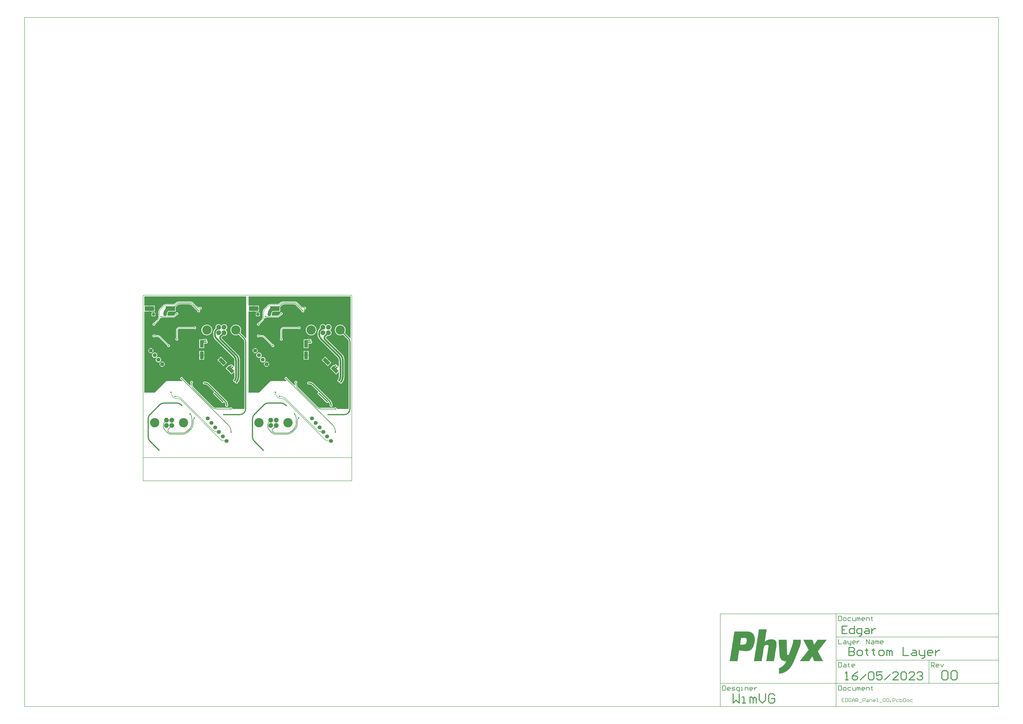
<source format=gbl>
G04*
G04 #@! TF.GenerationSoftware,Altium Limited,Altium Designer,23.5.0 (17)*
G04*
G04 Layer_Physical_Order=2*
G04 Layer_Color=3381759*
%FSLAX25Y25*%
%MOIN*%
G70*
G04*
G04 #@! TF.SameCoordinates,B4EA8652-FAED-489D-AB06-0C51CEF096E7*
G04*
G04*
G04 #@! TF.FilePolarity,Positive*
G04*
G01*
G75*
%ADD10C,0.01575*%
%ADD11C,0.00591*%
%ADD12C,0.05906*%
%ADD13C,0.00984*%
%ADD14C,0.01968*%
%ADD15C,0.02953*%
%ADD39C,0.00787*%
%ADD40C,0.15748*%
G04:AMPARAMS|DCode=41|XSize=82.68mil|YSize=78.74mil|CornerRadius=0mil|HoleSize=0mil|Usage=FLASHONLY|Rotation=225.000|XOffset=0mil|YOffset=0mil|HoleType=Round|Shape=Round|*
%AMOVALD41*
21,1,0.00394,0.07874,0.00000,0.00000,225.0*
1,1,0.07874,0.00139,0.00139*
1,1,0.07874,-0.00139,-0.00139*
%
%ADD41OVALD41*%

G04:AMPARAMS|DCode=42|XSize=82.68mil|YSize=78.74mil|CornerRadius=0mil|HoleSize=0mil|Usage=FLASHONLY|Rotation=135.000|XOffset=0mil|YOffset=0mil|HoleType=Round|Shape=Round|*
%AMOVALD42*
21,1,0.00394,0.07874,0.00000,0.00000,135.0*
1,1,0.07874,0.00139,-0.00139*
1,1,0.07874,-0.00139,0.00139*
%
%ADD42OVALD42*%

%ADD43C,0.06693*%
%ADD44R,0.04921X0.04921*%
G04:AMPARAMS|DCode=45|XSize=49.21mil|YSize=49.21mil|CornerRadius=12.3mil|HoleSize=0mil|Usage=FLASHONLY|Rotation=180.000|XOffset=0mil|YOffset=0mil|HoleType=Round|Shape=RoundedRectangle|*
%AMROUNDEDRECTD45*
21,1,0.04921,0.02461,0,0,180.0*
21,1,0.02461,0.04921,0,0,180.0*
1,1,0.02461,-0.01230,0.01230*
1,1,0.02461,0.01230,0.01230*
1,1,0.02461,0.01230,-0.01230*
1,1,0.02461,-0.01230,-0.01230*
%
%ADD45ROUNDEDRECTD45*%
%ADD46C,0.02362*%
%ADD47C,0.00807*%
%ADD48R,0.16142X0.07874*%
%ADD49R,0.06299X0.12598*%
G04:AMPARAMS|DCode=50|XSize=62.99mil|YSize=125.98mil|CornerRadius=0mil|HoleSize=0mil|Usage=FLASHONLY|Rotation=45.000|XOffset=0mil|YOffset=0mil|HoleType=Round|Shape=Rectangle|*
%AMROTATEDRECTD50*
4,1,4,0.02227,-0.06681,-0.06681,0.02227,-0.02227,0.06681,0.06681,-0.02227,0.02227,-0.06681,0.0*
%
%ADD50ROTATEDRECTD50*%

G36*
X352324Y202589D02*
X351536Y202367D01*
X351250Y202834D01*
X350033Y204259D01*
X350010Y204293D01*
X342425Y211879D01*
X342670Y212246D01*
X343353Y213894D01*
X343701Y215644D01*
Y217427D01*
X343353Y219177D01*
X342670Y220825D01*
X341679Y222308D01*
X340418Y223569D01*
X338935Y224560D01*
X337287Y225243D01*
X335538Y225591D01*
X333754D01*
X332004Y225243D01*
X330357Y224560D01*
X328873Y223569D01*
X327612Y222308D01*
X326621Y220825D01*
X325939Y219177D01*
X325591Y217427D01*
Y215644D01*
X325939Y213894D01*
X326621Y212246D01*
X327612Y210763D01*
X328873Y209502D01*
X330357Y208511D01*
X332004Y207828D01*
X333754Y207480D01*
X335538D01*
X337287Y207828D01*
X338935Y208511D01*
X339302Y208756D01*
X346888Y201171D01*
X346974Y201114D01*
X347882Y200007D01*
X348605Y198654D01*
X349050Y197187D01*
X349190Y195762D01*
X349170Y195661D01*
Y82835D01*
X348399Y82677D01*
X328976D01*
Y83147D01*
X328617Y84015D01*
X327952Y84680D01*
X327084Y85039D01*
X326145D01*
X325276Y84680D01*
X324980Y84383D01*
X301386D01*
X301309Y84368D01*
X299764Y84520D01*
X298203Y84993D01*
X296766Y85762D01*
X295565Y86747D01*
X295521Y86812D01*
X263588Y118746D01*
X263523Y118790D01*
X262537Y119990D01*
X261769Y121428D01*
X261295Y122988D01*
X261143Y124534D01*
X261158Y124611D01*
Y126314D01*
X261455Y126611D01*
X261815Y127479D01*
Y128419D01*
X261455Y129287D01*
X260790Y129951D01*
X259922Y130311D01*
X258983D01*
X258114Y129951D01*
X257450Y129287D01*
X257090Y128419D01*
Y127479D01*
X257450Y126611D01*
X257747Y126314D01*
Y124611D01*
X257743D01*
X257838Y123401D01*
X257827Y123344D01*
X257853Y123213D01*
X257887Y122779D01*
X257949Y122523D01*
X257262Y122138D01*
X244998Y134402D01*
Y134822D01*
X244638Y135690D01*
X243973Y136355D01*
X243105Y136714D01*
X242165D01*
X241297Y136355D01*
X240633Y135690D01*
X240273Y134822D01*
Y133882D01*
X240633Y133014D01*
X241297Y132349D01*
X242165Y131990D01*
X242585D01*
X243866Y130709D01*
X243540Y129921D01*
X216535D01*
X196850Y110236D01*
X179172D01*
Y248016D01*
X187295D01*
Y252953D01*
Y257890D01*
X179172D01*
Y273584D01*
X352324D01*
Y202589D01*
D02*
G37*
G36*
X175158D02*
X174371Y202367D01*
X174085Y202834D01*
X172868Y204259D01*
X172845Y204293D01*
X165259Y211879D01*
X165505Y212246D01*
X166188Y213894D01*
X166535Y215644D01*
Y217427D01*
X166188Y219177D01*
X165505Y220825D01*
X164514Y222308D01*
X163253Y223569D01*
X161770Y224560D01*
X160122Y225243D01*
X158372Y225591D01*
X156588D01*
X154839Y225243D01*
X153191Y224560D01*
X151708Y223569D01*
X150447Y222308D01*
X149456Y220825D01*
X148773Y219177D01*
X148425Y217427D01*
Y215644D01*
X148773Y213894D01*
X149456Y212246D01*
X150447Y210763D01*
X151708Y209502D01*
X153191Y208511D01*
X154839Y207828D01*
X156588Y207480D01*
X158372D01*
X160122Y207828D01*
X161770Y208511D01*
X162137Y208756D01*
X169723Y201171D01*
X169808Y201114D01*
X170717Y200007D01*
X171440Y198654D01*
X171885Y197187D01*
X172025Y195762D01*
X172005Y195661D01*
Y82835D01*
X171233Y82677D01*
X151811D01*
Y83147D01*
X151452Y84015D01*
X150787Y84680D01*
X149919Y85039D01*
X148979D01*
X148111Y84680D01*
X147814Y84383D01*
X124221D01*
X124144Y84368D01*
X122598Y84520D01*
X121038Y84993D01*
X119600Y85762D01*
X118400Y86747D01*
X118356Y86812D01*
X86422Y118746D01*
X86357Y118790D01*
X85372Y119990D01*
X84603Y121428D01*
X84130Y122988D01*
X83978Y124534D01*
X83993Y124611D01*
Y126314D01*
X84290Y126611D01*
X84649Y127479D01*
Y128419D01*
X84290Y129287D01*
X83625Y129951D01*
X82757Y130311D01*
X81817D01*
X80949Y129951D01*
X80285Y129287D01*
X79925Y128419D01*
Y127479D01*
X80285Y126611D01*
X80581Y126314D01*
Y124611D01*
X80578D01*
X80673Y123401D01*
X80662Y123344D01*
X80688Y123213D01*
X80722Y122779D01*
X80783Y122523D01*
X80097Y122138D01*
X67832Y134402D01*
Y134822D01*
X67472Y135690D01*
X66808Y136355D01*
X65940Y136714D01*
X65000D01*
X64132Y136355D01*
X63467Y135690D01*
X63108Y134822D01*
Y133882D01*
X63467Y133014D01*
X64132Y132349D01*
X65000Y131990D01*
X65420D01*
X66701Y130709D01*
X66374Y129921D01*
X39370D01*
X19685Y110236D01*
X2007D01*
Y248016D01*
X10130D01*
Y252953D01*
Y257890D01*
X2007D01*
Y273584D01*
X175158D01*
Y202589D01*
D02*
G37*
G36*
X1160849Y-309351D02*
X1160562D01*
Y-309637D01*
X1160276D01*
Y-309924D01*
Y-310210D01*
X1159990D01*
Y-310496D01*
X1159703D01*
Y-310783D01*
X1159417D01*
Y-311069D01*
Y-311355D01*
X1159131D01*
Y-311642D01*
X1158844D01*
Y-311928D01*
X1158558D01*
Y-312214D01*
X1158272D01*
Y-312501D01*
Y-312787D01*
X1157985D01*
Y-313073D01*
X1157699D01*
Y-313359D01*
X1157413D01*
Y-313646D01*
Y-313932D01*
X1157127D01*
Y-314218D01*
X1156840D01*
Y-314505D01*
X1156554D01*
Y-314791D01*
X1156268D01*
Y-315077D01*
Y-315364D01*
X1155981D01*
Y-315650D01*
X1155695D01*
Y-315936D01*
X1155409D01*
Y-316223D01*
Y-316509D01*
X1155122D01*
Y-316795D01*
X1154836D01*
Y-317081D01*
X1154550D01*
Y-317368D01*
Y-317654D01*
X1154263D01*
Y-317940D01*
X1153977D01*
Y-318227D01*
X1153691D01*
Y-318513D01*
X1153405D01*
Y-318799D01*
Y-319086D01*
X1153118D01*
Y-319372D01*
X1152832D01*
Y-319658D01*
X1152546D01*
Y-319945D01*
Y-320231D01*
X1152259D01*
Y-320517D01*
X1151973D01*
Y-320803D01*
X1151687D01*
Y-321090D01*
Y-321376D01*
X1151400D01*
Y-321662D01*
X1151114D01*
Y-321949D01*
X1150828D01*
Y-322235D01*
X1150541D01*
Y-322521D01*
Y-322808D01*
X1150255D01*
Y-323094D01*
X1149969D01*
Y-323380D01*
X1149682D01*
Y-323667D01*
Y-323953D01*
X1149396D01*
Y-324239D01*
X1149110D01*
Y-324526D01*
X1148824D01*
Y-324812D01*
Y-325098D01*
X1148537D01*
Y-325384D01*
X1148251D01*
Y-325671D01*
X1147965D01*
Y-325957D01*
X1147678D01*
Y-326243D01*
Y-326530D01*
X1147392D01*
Y-326816D01*
X1147106D01*
Y-327102D01*
X1146819D01*
Y-327389D01*
Y-327675D01*
X1146533D01*
Y-327961D01*
X1146247D01*
Y-328248D01*
X1145960D01*
Y-328534D01*
X1145674D01*
Y-328820D01*
Y-329107D01*
X1145960D01*
Y-329393D01*
Y-329679D01*
X1146247D01*
Y-329965D01*
Y-330252D01*
X1146533D01*
Y-330538D01*
X1146819D01*
Y-330824D01*
Y-331111D01*
X1147106D01*
Y-331397D01*
Y-331683D01*
X1147392D01*
Y-331970D01*
Y-332256D01*
X1147678D01*
Y-332542D01*
Y-332829D01*
X1147965D01*
Y-333115D01*
Y-333401D01*
X1148251D01*
Y-333688D01*
Y-333974D01*
X1148537D01*
Y-334260D01*
Y-334547D01*
X1148824D01*
Y-334833D01*
Y-335119D01*
X1149110D01*
Y-335405D01*
X1149396D01*
Y-335692D01*
Y-335978D01*
X1149682D01*
Y-336264D01*
Y-336551D01*
X1149969D01*
Y-336837D01*
Y-337123D01*
X1150255D01*
Y-337410D01*
Y-337696D01*
X1150541D01*
Y-337982D01*
Y-338269D01*
X1150828D01*
Y-338555D01*
Y-338841D01*
X1151114D01*
Y-339128D01*
Y-339414D01*
X1151400D01*
Y-339700D01*
X1151687D01*
Y-339986D01*
Y-340273D01*
X1151973D01*
Y-340559D01*
Y-340845D01*
X1152259D01*
Y-341132D01*
Y-341418D01*
X1152546D01*
Y-341704D01*
Y-341991D01*
X1152832D01*
Y-342277D01*
Y-342563D01*
X1153118D01*
Y-342850D01*
Y-343136D01*
X1153405D01*
Y-343422D01*
Y-343709D01*
X1153691D01*
Y-343995D01*
X1153977D01*
Y-344281D01*
Y-344567D01*
X1154263D01*
Y-344854D01*
Y-345140D01*
X1154550D01*
Y-345427D01*
X1139375D01*
Y-345140D01*
X1139089D01*
Y-344854D01*
Y-344567D01*
Y-344281D01*
X1138803D01*
Y-343995D01*
Y-343709D01*
Y-343422D01*
X1138516D01*
Y-343136D01*
Y-342850D01*
X1138230D01*
Y-342563D01*
Y-342277D01*
Y-341991D01*
X1137944D01*
Y-341704D01*
Y-341418D01*
Y-341132D01*
X1137657D01*
Y-340845D01*
Y-340559D01*
X1137371D01*
Y-340273D01*
Y-339986D01*
Y-339700D01*
X1137085D01*
Y-339414D01*
Y-339128D01*
Y-338841D01*
X1136798D01*
Y-338555D01*
Y-338269D01*
Y-337982D01*
X1136512D01*
Y-337696D01*
X1135939D01*
Y-337982D01*
Y-338269D01*
X1135653D01*
Y-338555D01*
X1135367D01*
Y-338841D01*
Y-339128D01*
X1135081D01*
Y-339414D01*
X1134794D01*
Y-339700D01*
Y-339986D01*
X1134508D01*
Y-340273D01*
X1134221D01*
Y-340559D01*
Y-340845D01*
X1133935D01*
Y-341132D01*
X1133649D01*
Y-341418D01*
X1133363D01*
Y-341704D01*
Y-341991D01*
X1133076D01*
Y-342277D01*
X1132790D01*
Y-342563D01*
Y-342850D01*
X1132504D01*
Y-343136D01*
X1132217D01*
Y-343422D01*
Y-343709D01*
X1131931D01*
Y-343995D01*
X1131645D01*
Y-344281D01*
Y-344567D01*
X1131358D01*
Y-344854D01*
X1131072D01*
Y-345140D01*
Y-345427D01*
X1115039D01*
Y-345140D01*
X1115325D01*
Y-344854D01*
X1115611D01*
Y-344567D01*
X1115897D01*
Y-344281D01*
X1116184D01*
Y-343995D01*
Y-343709D01*
X1116470D01*
Y-343422D01*
X1116757D01*
Y-343136D01*
X1117043D01*
Y-342850D01*
X1117329D01*
Y-342563D01*
Y-342277D01*
X1117615D01*
Y-341991D01*
X1117902D01*
Y-341704D01*
X1118188D01*
Y-341418D01*
Y-341132D01*
X1118474D01*
Y-340845D01*
X1118761D01*
Y-340559D01*
X1119047D01*
Y-340273D01*
X1119333D01*
Y-339986D01*
Y-339700D01*
X1119620D01*
Y-339414D01*
X1119906D01*
Y-339128D01*
X1120192D01*
Y-338841D01*
X1120479D01*
Y-338555D01*
Y-338269D01*
X1120765D01*
Y-337982D01*
X1121051D01*
Y-337696D01*
X1121338D01*
Y-337410D01*
Y-337123D01*
X1121624D01*
Y-336837D01*
X1121910D01*
Y-336551D01*
X1122196D01*
Y-336264D01*
X1122483D01*
Y-335978D01*
Y-335692D01*
X1122769D01*
Y-335405D01*
X1123055D01*
Y-335119D01*
X1123342D01*
Y-334833D01*
Y-334547D01*
X1123628D01*
Y-334260D01*
X1123914D01*
Y-333974D01*
X1124201D01*
Y-333688D01*
X1124487D01*
Y-333401D01*
Y-333115D01*
X1124773D01*
Y-332829D01*
X1125060D01*
Y-332542D01*
X1125346D01*
Y-332256D01*
Y-331970D01*
X1125632D01*
Y-331683D01*
X1125918D01*
Y-331397D01*
X1126205D01*
Y-331111D01*
X1126491D01*
Y-330824D01*
Y-330538D01*
X1126777D01*
Y-330252D01*
X1127064D01*
Y-329965D01*
X1127350D01*
Y-329679D01*
X1127636D01*
Y-329393D01*
Y-329107D01*
X1127923D01*
Y-328820D01*
X1128209D01*
Y-328534D01*
X1128495D01*
Y-328248D01*
Y-327961D01*
X1128782D01*
Y-327675D01*
X1129068D01*
Y-327389D01*
X1129354D01*
Y-327102D01*
X1129640D01*
Y-326816D01*
Y-326530D01*
X1129927D01*
Y-326243D01*
Y-325957D01*
Y-325671D01*
X1129640D01*
Y-325384D01*
X1129354D01*
Y-325098D01*
Y-324812D01*
X1129068D01*
Y-324526D01*
Y-324239D01*
X1128782D01*
Y-323953D01*
Y-323667D01*
X1128495D01*
Y-323380D01*
Y-323094D01*
X1128209D01*
Y-322808D01*
Y-322521D01*
X1127923D01*
Y-322235D01*
Y-321949D01*
X1127636D01*
Y-321662D01*
X1127350D01*
Y-321376D01*
Y-321090D01*
X1127064D01*
Y-320803D01*
Y-320517D01*
X1126777D01*
Y-320231D01*
Y-319945D01*
X1126491D01*
Y-319658D01*
Y-319372D01*
X1126205D01*
Y-319086D01*
Y-318799D01*
X1125918D01*
Y-318513D01*
Y-318227D01*
X1125632D01*
Y-317940D01*
X1125346D01*
Y-317654D01*
Y-317368D01*
X1125060D01*
Y-317081D01*
Y-316795D01*
X1124773D01*
Y-316509D01*
Y-316223D01*
X1124487D01*
Y-315936D01*
Y-315650D01*
X1124201D01*
Y-315364D01*
Y-315077D01*
X1123914D01*
Y-314791D01*
Y-314505D01*
X1123628D01*
Y-314218D01*
Y-313932D01*
X1123342D01*
Y-313646D01*
X1123055D01*
Y-313359D01*
Y-313073D01*
X1122769D01*
Y-312787D01*
Y-312501D01*
X1122483D01*
Y-312214D01*
Y-311928D01*
X1122196D01*
Y-311642D01*
Y-311355D01*
X1121910D01*
Y-311069D01*
Y-310783D01*
X1121624D01*
Y-310496D01*
Y-310210D01*
X1121338D01*
Y-309924D01*
X1121051D01*
Y-309637D01*
Y-309351D01*
X1120765D01*
Y-309065D01*
X1136512D01*
Y-309351D01*
X1136798D01*
Y-309637D01*
Y-309924D01*
Y-310210D01*
X1137085D01*
Y-310496D01*
Y-310783D01*
Y-311069D01*
X1137371D01*
Y-311355D01*
Y-311642D01*
Y-311928D01*
X1137657D01*
Y-312214D01*
Y-312501D01*
Y-312787D01*
X1137944D01*
Y-313073D01*
Y-313359D01*
Y-313646D01*
X1138230D01*
Y-313932D01*
Y-314218D01*
Y-314505D01*
X1138516D01*
Y-314791D01*
Y-315077D01*
Y-315364D01*
X1138803D01*
Y-315650D01*
Y-315936D01*
Y-316223D01*
X1139089D01*
Y-316509D01*
Y-316795D01*
Y-317081D01*
Y-317368D01*
X1139662D01*
Y-317081D01*
X1139948D01*
Y-316795D01*
X1140234D01*
Y-316509D01*
Y-316223D01*
X1140520D01*
Y-315936D01*
X1140807D01*
Y-315650D01*
Y-315364D01*
X1141093D01*
Y-315077D01*
X1141379D01*
Y-314791D01*
Y-314505D01*
X1141666D01*
Y-314218D01*
X1141952D01*
Y-313932D01*
Y-313646D01*
X1142238D01*
Y-313359D01*
X1142525D01*
Y-313073D01*
Y-312787D01*
X1142811D01*
Y-312501D01*
X1143097D01*
Y-312214D01*
Y-311928D01*
X1143384D01*
Y-311642D01*
X1143670D01*
Y-311355D01*
Y-311069D01*
X1143956D01*
Y-310783D01*
X1144242D01*
Y-310496D01*
Y-310210D01*
X1144529D01*
Y-309924D01*
X1144815D01*
Y-309637D01*
Y-309351D01*
X1145101D01*
Y-309065D01*
X1160849D01*
Y-309351D01*
D02*
G37*
G36*
X1027713Y-295322D02*
X1029431D01*
Y-295608D01*
X1030290D01*
Y-295894D01*
X1031149D01*
Y-296181D01*
X1032008D01*
Y-296467D01*
X1032580D01*
Y-296753D01*
X1032867D01*
Y-297040D01*
X1033439D01*
Y-297326D01*
X1033726D01*
Y-297612D01*
X1034298D01*
Y-297899D01*
X1034585D01*
Y-298185D01*
X1034871D01*
Y-298471D01*
X1035157D01*
Y-298758D01*
X1035444D01*
Y-299044D01*
X1035730D01*
Y-299330D01*
X1036016D01*
Y-299616D01*
Y-299903D01*
X1036302D01*
Y-300189D01*
X1036589D01*
Y-300475D01*
Y-300762D01*
X1036875D01*
Y-301048D01*
X1037162D01*
Y-301334D01*
Y-301621D01*
X1037448D01*
Y-301907D01*
Y-302193D01*
Y-302480D01*
X1037734D01*
Y-302766D01*
Y-303052D01*
Y-303339D01*
X1038020D01*
Y-303625D01*
Y-303911D01*
Y-304197D01*
Y-304484D01*
X1038307D01*
Y-304770D01*
Y-305056D01*
Y-305343D01*
Y-305629D01*
Y-305915D01*
X1038593D01*
Y-306202D01*
Y-306488D01*
Y-306774D01*
Y-307061D01*
Y-307347D01*
Y-307633D01*
Y-307920D01*
Y-308206D01*
Y-308492D01*
Y-308778D01*
Y-309065D01*
Y-309351D01*
Y-309637D01*
Y-309924D01*
Y-310210D01*
Y-310496D01*
Y-310783D01*
Y-311069D01*
Y-311355D01*
Y-311642D01*
X1038307D01*
Y-311928D01*
Y-312214D01*
Y-312501D01*
Y-312787D01*
Y-313073D01*
Y-313359D01*
Y-313646D01*
X1038020D01*
Y-313932D01*
Y-314218D01*
Y-314505D01*
Y-314791D01*
Y-315077D01*
X1037734D01*
Y-315364D01*
Y-315650D01*
Y-315936D01*
Y-316223D01*
Y-316509D01*
X1037448D01*
Y-316795D01*
Y-317081D01*
Y-317368D01*
X1037162D01*
Y-317654D01*
Y-317940D01*
Y-318227D01*
Y-318513D01*
X1036875D01*
Y-318799D01*
Y-319086D01*
Y-319372D01*
X1036589D01*
Y-319658D01*
Y-319945D01*
X1036302D01*
Y-320231D01*
Y-320517D01*
Y-320803D01*
X1036016D01*
Y-321090D01*
Y-321376D01*
X1035730D01*
Y-321662D01*
Y-321949D01*
X1035444D01*
Y-322235D01*
Y-322521D01*
X1035157D01*
Y-322808D01*
X1034871D01*
Y-323094D01*
Y-323380D01*
X1034585D01*
Y-323667D01*
X1034298D01*
Y-323953D01*
X1034012D01*
Y-324239D01*
Y-324526D01*
X1033726D01*
Y-324812D01*
X1033439D01*
Y-325098D01*
X1033153D01*
Y-325384D01*
X1032867D01*
Y-325671D01*
X1032580D01*
Y-325957D01*
X1032008D01*
Y-326243D01*
X1031722D01*
Y-326530D01*
X1031149D01*
Y-326816D01*
X1030863D01*
Y-327102D01*
X1030290D01*
Y-327389D01*
X1029431D01*
Y-327675D01*
X1028572D01*
Y-327961D01*
X1027713D01*
Y-328248D01*
X1025995D01*
Y-328534D01*
X1020842D01*
Y-328248D01*
X1018265D01*
Y-327961D01*
X1016261D01*
Y-327675D01*
X1014829D01*
Y-327389D01*
X1013398D01*
Y-327102D01*
X1011966D01*
Y-327389D01*
Y-327675D01*
Y-327961D01*
Y-328248D01*
Y-328534D01*
Y-328820D01*
Y-329107D01*
X1011680D01*
Y-329393D01*
Y-329679D01*
Y-329965D01*
Y-330252D01*
Y-330538D01*
Y-330824D01*
X1011393D01*
Y-331111D01*
Y-331397D01*
Y-331683D01*
Y-331970D01*
Y-332256D01*
Y-332542D01*
X1011107D01*
Y-332829D01*
Y-333115D01*
Y-333401D01*
Y-333688D01*
Y-333974D01*
Y-334260D01*
Y-334547D01*
X1010821D01*
Y-334833D01*
Y-335119D01*
Y-335405D01*
Y-335692D01*
Y-335978D01*
Y-336264D01*
X1010534D01*
Y-336551D01*
Y-336837D01*
Y-337123D01*
Y-337410D01*
Y-337696D01*
Y-337982D01*
X1010248D01*
Y-338269D01*
Y-338555D01*
Y-338841D01*
Y-339128D01*
Y-339414D01*
Y-339700D01*
Y-339986D01*
X1009962D01*
Y-340273D01*
Y-340559D01*
Y-340845D01*
Y-341132D01*
Y-341418D01*
Y-341704D01*
X1009676D01*
Y-341991D01*
Y-342277D01*
Y-342563D01*
Y-342850D01*
Y-343136D01*
Y-343422D01*
X1009389D01*
Y-343709D01*
Y-343995D01*
Y-344281D01*
Y-344567D01*
Y-344854D01*
Y-345140D01*
Y-345427D01*
X995932D01*
Y-345140D01*
X996219D01*
Y-344854D01*
Y-344567D01*
Y-344281D01*
Y-343995D01*
Y-343709D01*
X996505D01*
Y-343422D01*
Y-343136D01*
Y-342850D01*
Y-342563D01*
Y-342277D01*
Y-341991D01*
Y-341704D01*
X996791D01*
Y-341418D01*
Y-341132D01*
Y-340845D01*
Y-340559D01*
Y-340273D01*
Y-339986D01*
X997078D01*
Y-339700D01*
Y-339414D01*
Y-339128D01*
Y-338841D01*
Y-338555D01*
Y-338269D01*
X997364D01*
Y-337982D01*
Y-337696D01*
Y-337410D01*
Y-337123D01*
Y-336837D01*
Y-336551D01*
Y-336264D01*
X997650D01*
Y-335978D01*
Y-335692D01*
Y-335405D01*
Y-335119D01*
Y-334833D01*
Y-334547D01*
X997937D01*
Y-334260D01*
Y-333974D01*
Y-333688D01*
Y-333401D01*
Y-333115D01*
Y-332829D01*
X998223D01*
Y-332542D01*
Y-332256D01*
Y-331970D01*
Y-331683D01*
Y-331397D01*
Y-331111D01*
X998509D01*
Y-330824D01*
Y-330538D01*
Y-330252D01*
Y-329965D01*
Y-329679D01*
Y-329393D01*
Y-329107D01*
X998796D01*
Y-328820D01*
Y-328534D01*
Y-328248D01*
Y-327961D01*
Y-327675D01*
Y-327389D01*
X999082D01*
Y-327102D01*
Y-326816D01*
Y-326530D01*
Y-326243D01*
Y-325957D01*
Y-325671D01*
X999368D01*
Y-325384D01*
Y-325098D01*
Y-324812D01*
Y-324526D01*
Y-324239D01*
Y-323953D01*
X999654D01*
Y-323667D01*
Y-323380D01*
Y-323094D01*
Y-322808D01*
Y-322521D01*
Y-322235D01*
Y-321949D01*
X999941D01*
Y-321662D01*
Y-321376D01*
Y-321090D01*
Y-320803D01*
Y-320517D01*
Y-320231D01*
X1000227D01*
Y-319945D01*
Y-319658D01*
Y-319372D01*
Y-319086D01*
Y-318799D01*
Y-318513D01*
X1000513D01*
Y-318227D01*
Y-317940D01*
Y-317654D01*
Y-317368D01*
Y-317081D01*
Y-316795D01*
Y-316509D01*
X1000800D01*
Y-316223D01*
Y-315936D01*
Y-315650D01*
Y-315364D01*
Y-315077D01*
Y-314791D01*
X1001086D01*
Y-314505D01*
Y-314218D01*
Y-313932D01*
Y-313646D01*
Y-313359D01*
Y-313073D01*
X1001372D01*
Y-312787D01*
Y-312501D01*
Y-312214D01*
Y-311928D01*
Y-311642D01*
Y-311355D01*
X1001659D01*
Y-311069D01*
Y-310783D01*
Y-310496D01*
Y-310210D01*
Y-309924D01*
Y-309637D01*
Y-309351D01*
X1001945D01*
Y-309065D01*
Y-308778D01*
Y-308492D01*
Y-308206D01*
Y-307920D01*
Y-307633D01*
X1002231D01*
Y-307347D01*
Y-307061D01*
Y-306774D01*
Y-306488D01*
Y-306202D01*
Y-305915D01*
X1002518D01*
Y-305629D01*
Y-305343D01*
Y-305056D01*
Y-304770D01*
Y-304484D01*
Y-304197D01*
Y-303911D01*
X1002804D01*
Y-303625D01*
Y-303339D01*
Y-303052D01*
Y-302766D01*
Y-302480D01*
Y-302193D01*
X1003090D01*
Y-301907D01*
Y-301621D01*
Y-301334D01*
Y-301048D01*
Y-300762D01*
Y-300475D01*
X1003377D01*
Y-300189D01*
Y-299903D01*
Y-299616D01*
Y-299330D01*
Y-299044D01*
Y-298758D01*
Y-298471D01*
X1003663D01*
Y-298185D01*
Y-297899D01*
Y-297612D01*
Y-297326D01*
Y-297040D01*
Y-296753D01*
X1003949D01*
Y-296467D01*
Y-296181D01*
Y-295894D01*
Y-295608D01*
Y-295322D01*
Y-295035D01*
X1027713D01*
Y-295322D01*
D02*
G37*
G36*
X1116757Y-309351D02*
Y-309637D01*
Y-309924D01*
Y-310210D01*
Y-310496D01*
Y-310783D01*
Y-311069D01*
Y-311355D01*
Y-311642D01*
Y-311928D01*
Y-312214D01*
Y-312501D01*
Y-312787D01*
Y-313073D01*
Y-313359D01*
Y-313646D01*
Y-313932D01*
Y-314218D01*
Y-314505D01*
Y-314791D01*
Y-315077D01*
X1116470D01*
Y-315364D01*
Y-315650D01*
Y-315936D01*
Y-316223D01*
Y-316509D01*
X1116184D01*
Y-316795D01*
Y-317081D01*
Y-317368D01*
Y-317654D01*
X1115897D01*
Y-317940D01*
Y-318227D01*
Y-318513D01*
Y-318799D01*
X1115611D01*
Y-319086D01*
Y-319372D01*
Y-319658D01*
X1115325D01*
Y-319945D01*
Y-320231D01*
Y-320517D01*
X1115039D01*
Y-320803D01*
Y-321090D01*
Y-321376D01*
X1114752D01*
Y-321662D01*
Y-321949D01*
Y-322235D01*
X1114466D01*
Y-322521D01*
Y-322808D01*
X1114180D01*
Y-323094D01*
Y-323380D01*
X1113893D01*
Y-323667D01*
Y-323953D01*
Y-324239D01*
X1113607D01*
Y-324526D01*
Y-324812D01*
X1113321D01*
Y-325098D01*
Y-325384D01*
Y-325671D01*
X1113034D01*
Y-325957D01*
Y-326243D01*
X1112748D01*
Y-326530D01*
Y-326816D01*
Y-327102D01*
X1112462D01*
Y-327389D01*
Y-327675D01*
X1112175D01*
Y-327961D01*
Y-328248D01*
Y-328534D01*
X1111889D01*
Y-328820D01*
Y-329107D01*
X1111603D01*
Y-329393D01*
Y-329679D01*
Y-329965D01*
X1111316D01*
Y-330252D01*
Y-330538D01*
X1111030D01*
Y-330824D01*
Y-331111D01*
Y-331397D01*
X1110744D01*
Y-331683D01*
Y-331970D01*
X1110458D01*
Y-332256D01*
Y-332542D01*
Y-332829D01*
X1110171D01*
Y-333115D01*
Y-333401D01*
X1109885D01*
Y-333688D01*
Y-333974D01*
Y-334260D01*
X1109599D01*
Y-334547D01*
Y-334833D01*
X1109312D01*
Y-335119D01*
Y-335405D01*
Y-335692D01*
X1109026D01*
Y-335978D01*
Y-336264D01*
X1108740D01*
Y-336551D01*
Y-336837D01*
Y-337123D01*
X1108453D01*
Y-337410D01*
Y-337696D01*
X1108167D01*
Y-337982D01*
Y-338269D01*
Y-338555D01*
X1107881D01*
Y-338841D01*
Y-339128D01*
X1107594D01*
Y-339414D01*
Y-339700D01*
Y-339986D01*
X1107308D01*
Y-340273D01*
Y-340559D01*
X1107022D01*
Y-340845D01*
Y-341132D01*
Y-341418D01*
X1106736D01*
Y-341704D01*
Y-341991D01*
X1106449D01*
Y-342277D01*
Y-342563D01*
Y-342850D01*
X1106163D01*
Y-343136D01*
Y-343422D01*
X1105877D01*
Y-343709D01*
Y-343995D01*
Y-344281D01*
X1105590D01*
Y-344567D01*
Y-344854D01*
X1105304D01*
Y-345140D01*
Y-345427D01*
Y-345713D01*
X1105018D01*
Y-345999D01*
Y-346285D01*
X1104731D01*
Y-346572D01*
Y-346858D01*
X1104445D01*
Y-347144D01*
Y-347431D01*
X1104159D01*
Y-347717D01*
Y-348003D01*
Y-348290D01*
X1103872D01*
Y-348576D01*
X1103586D01*
Y-348862D01*
Y-349149D01*
Y-349435D01*
X1103300D01*
Y-349721D01*
X1103013D01*
Y-350008D01*
Y-350294D01*
X1102727D01*
Y-350580D01*
Y-350866D01*
X1102441D01*
Y-351153D01*
Y-351439D01*
X1102155D01*
Y-351725D01*
Y-352012D01*
X1101868D01*
Y-352298D01*
X1101582D01*
Y-352584D01*
Y-352871D01*
X1101296D01*
Y-353157D01*
Y-353443D01*
X1101009D01*
Y-353730D01*
X1100723D01*
Y-354016D01*
X1100437D01*
Y-354302D01*
Y-354589D01*
X1100150D01*
Y-354875D01*
X1099864D01*
Y-355161D01*
Y-355447D01*
X1099578D01*
Y-355734D01*
X1099291D01*
Y-356020D01*
X1099005D01*
Y-356306D01*
Y-356593D01*
X1098719D01*
Y-356879D01*
X1098432D01*
Y-357165D01*
X1098146D01*
Y-357452D01*
X1097860D01*
Y-357738D01*
X1097573D01*
Y-358024D01*
Y-358311D01*
X1097287D01*
Y-358597D01*
X1097001D01*
Y-358883D01*
X1096715D01*
Y-359170D01*
X1096428D01*
Y-359456D01*
X1096142D01*
Y-359742D01*
X1095856D01*
Y-360028D01*
X1095569D01*
Y-360315D01*
X1094997D01*
Y-360601D01*
X1094710D01*
Y-360887D01*
X1094424D01*
Y-361174D01*
X1094138D01*
Y-361460D01*
X1093851D01*
Y-361746D01*
X1093279D01*
Y-362033D01*
X1092992D01*
Y-362319D01*
X1092420D01*
Y-362605D01*
X1092134D01*
Y-362892D01*
X1091561D01*
Y-363178D01*
X1091275D01*
Y-363464D01*
X1090702D01*
Y-363751D01*
X1090129D01*
Y-364037D01*
X1089557D01*
Y-364323D01*
X1088984D01*
Y-364609D01*
X1088412D01*
Y-364896D01*
X1087553D01*
Y-365182D01*
X1086980D01*
Y-365468D01*
X1086121D01*
Y-365755D01*
X1084976D01*
Y-366041D01*
X1083831D01*
Y-366327D01*
X1082113D01*
Y-366614D01*
X1080108D01*
Y-366900D01*
X1079822D01*
Y-366614D01*
Y-366327D01*
Y-366041D01*
Y-365755D01*
Y-365468D01*
Y-365182D01*
Y-364896D01*
Y-364609D01*
Y-364323D01*
Y-364037D01*
Y-363751D01*
Y-363464D01*
Y-363178D01*
Y-362892D01*
Y-362605D01*
Y-362319D01*
Y-362033D01*
Y-361746D01*
Y-361460D01*
Y-361174D01*
Y-360887D01*
Y-360601D01*
Y-360315D01*
Y-360028D01*
Y-359742D01*
Y-359456D01*
Y-359170D01*
Y-358883D01*
Y-358597D01*
Y-358311D01*
Y-358024D01*
Y-357738D01*
Y-357452D01*
X1080395D01*
Y-357165D01*
X1080967D01*
Y-356879D01*
X1081540D01*
Y-356593D01*
X1082113D01*
Y-356306D01*
X1082685D01*
Y-356020D01*
X1083258D01*
Y-355734D01*
X1083544D01*
Y-355447D01*
X1084117D01*
Y-355161D01*
X1084403D01*
Y-354875D01*
X1084976D01*
Y-354589D01*
X1085262D01*
Y-354302D01*
X1085548D01*
Y-354016D01*
X1086121D01*
Y-353730D01*
X1086407D01*
Y-353443D01*
X1086694D01*
Y-353157D01*
X1086980D01*
Y-352871D01*
X1087266D01*
Y-352584D01*
X1087553D01*
Y-352298D01*
X1087839D01*
Y-352012D01*
X1088125D01*
Y-351725D01*
X1088412D01*
Y-351439D01*
X1088698D01*
Y-351153D01*
X1088984D01*
Y-350866D01*
X1089270D01*
Y-350580D01*
Y-350294D01*
X1089557D01*
Y-350008D01*
X1089843D01*
Y-349721D01*
X1090129D01*
Y-349435D01*
Y-349149D01*
X1090416D01*
Y-348862D01*
X1090702D01*
Y-348576D01*
Y-348290D01*
X1090988D01*
Y-348003D01*
Y-347717D01*
X1091275D01*
Y-347431D01*
X1091561D01*
Y-347144D01*
Y-346858D01*
X1091847D01*
Y-346572D01*
Y-346285D01*
X1092134D01*
Y-345999D01*
Y-345713D01*
X1090416D01*
Y-345427D01*
X1088412D01*
Y-345140D01*
X1087266D01*
Y-344854D01*
X1086694D01*
Y-344567D01*
X1085835D01*
Y-344281D01*
X1085262D01*
Y-343995D01*
X1084976D01*
Y-343709D01*
X1084403D01*
Y-343422D01*
X1084117D01*
Y-343136D01*
X1083831D01*
Y-342850D01*
X1083544D01*
Y-342563D01*
X1083258D01*
Y-342277D01*
X1082971D01*
Y-341991D01*
Y-341704D01*
X1082685D01*
Y-341418D01*
X1082399D01*
Y-341132D01*
Y-340845D01*
X1082113D01*
Y-340559D01*
Y-340273D01*
X1081826D01*
Y-339986D01*
Y-339700D01*
X1081540D01*
Y-339414D01*
Y-339128D01*
Y-338841D01*
X1081254D01*
Y-338555D01*
Y-338269D01*
Y-337982D01*
Y-337696D01*
X1080967D01*
Y-337410D01*
Y-337123D01*
Y-336837D01*
Y-336551D01*
Y-336264D01*
Y-335978D01*
Y-335692D01*
X1080681D01*
Y-335405D01*
Y-335119D01*
Y-334833D01*
Y-334547D01*
Y-334260D01*
Y-333974D01*
Y-333688D01*
Y-333401D01*
Y-333115D01*
Y-332829D01*
Y-332542D01*
Y-332256D01*
Y-331970D01*
Y-331683D01*
Y-331397D01*
X1080395D01*
Y-331111D01*
Y-330824D01*
Y-330538D01*
Y-330252D01*
Y-329965D01*
Y-329679D01*
Y-329393D01*
Y-329107D01*
Y-328820D01*
Y-328534D01*
Y-328248D01*
Y-327961D01*
Y-327675D01*
Y-327389D01*
Y-327102D01*
X1080108D01*
Y-326816D01*
Y-326530D01*
Y-326243D01*
Y-325957D01*
Y-325671D01*
Y-325384D01*
Y-325098D01*
Y-324812D01*
Y-324526D01*
Y-324239D01*
Y-323953D01*
Y-323667D01*
Y-323380D01*
Y-323094D01*
Y-322808D01*
Y-322521D01*
X1079822D01*
Y-322235D01*
Y-321949D01*
Y-321662D01*
Y-321376D01*
Y-321090D01*
Y-320803D01*
Y-320517D01*
Y-320231D01*
Y-319945D01*
Y-319658D01*
Y-319372D01*
Y-319086D01*
Y-318799D01*
Y-318513D01*
Y-318227D01*
Y-317940D01*
X1079536D01*
Y-317654D01*
Y-317368D01*
Y-317081D01*
Y-316795D01*
Y-316509D01*
Y-316223D01*
Y-315936D01*
Y-315650D01*
Y-315364D01*
Y-315077D01*
Y-314791D01*
Y-314505D01*
Y-314218D01*
Y-313932D01*
X1079249D01*
Y-313646D01*
Y-313359D01*
Y-313073D01*
Y-312787D01*
Y-312501D01*
Y-312214D01*
Y-311928D01*
Y-311642D01*
Y-311355D01*
Y-311069D01*
Y-310783D01*
Y-310496D01*
Y-310210D01*
Y-309924D01*
Y-309637D01*
Y-309351D01*
X1078963D01*
Y-309065D01*
X1092706D01*
Y-309351D01*
Y-309637D01*
Y-309924D01*
Y-310210D01*
Y-310496D01*
Y-310783D01*
Y-311069D01*
Y-311355D01*
Y-311642D01*
Y-311928D01*
Y-312214D01*
Y-312501D01*
Y-312787D01*
Y-313073D01*
X1092992D01*
Y-313359D01*
Y-313646D01*
Y-313932D01*
Y-314218D01*
Y-314505D01*
Y-314791D01*
Y-315077D01*
Y-315364D01*
Y-315650D01*
Y-315936D01*
Y-316223D01*
Y-316509D01*
Y-316795D01*
Y-317081D01*
Y-317368D01*
Y-317654D01*
Y-317940D01*
Y-318227D01*
Y-318513D01*
Y-318799D01*
Y-319086D01*
Y-319372D01*
Y-319658D01*
Y-319945D01*
Y-320231D01*
Y-320517D01*
Y-320803D01*
Y-321090D01*
Y-321376D01*
Y-321662D01*
Y-321949D01*
Y-322235D01*
Y-322521D01*
Y-322808D01*
Y-323094D01*
Y-323380D01*
Y-323667D01*
Y-323953D01*
Y-324239D01*
Y-324526D01*
Y-324812D01*
X1093279D01*
Y-325098D01*
X1092992D01*
Y-325384D01*
Y-325671D01*
X1093279D01*
Y-325957D01*
Y-326243D01*
Y-326530D01*
Y-326816D01*
Y-327102D01*
Y-327389D01*
Y-327675D01*
Y-327961D01*
Y-328248D01*
Y-328534D01*
Y-328820D01*
Y-329107D01*
Y-329393D01*
Y-329679D01*
Y-329965D01*
Y-330252D01*
Y-330538D01*
Y-330824D01*
Y-331111D01*
Y-331397D01*
Y-331683D01*
Y-331970D01*
Y-332256D01*
Y-332542D01*
Y-332829D01*
Y-333115D01*
X1093565D01*
Y-333401D01*
Y-333688D01*
Y-333974D01*
X1093851D01*
Y-334260D01*
X1094138D01*
Y-334547D01*
X1094424D01*
Y-334833D01*
X1095283D01*
Y-335119D01*
X1096142D01*
Y-334833D01*
X1096428D01*
Y-334547D01*
Y-334260D01*
Y-333974D01*
X1096715D01*
Y-333688D01*
Y-333401D01*
X1097001D01*
Y-333115D01*
Y-332829D01*
Y-332542D01*
X1097287D01*
Y-332256D01*
Y-331970D01*
Y-331683D01*
X1097573D01*
Y-331397D01*
Y-331111D01*
Y-330824D01*
X1097860D01*
Y-330538D01*
Y-330252D01*
Y-329965D01*
X1098146D01*
Y-329679D01*
Y-329393D01*
X1098432D01*
Y-329107D01*
Y-328820D01*
Y-328534D01*
X1098719D01*
Y-328248D01*
Y-327961D01*
Y-327675D01*
X1099005D01*
Y-327389D01*
Y-327102D01*
Y-326816D01*
X1099291D01*
Y-326530D01*
Y-326243D01*
X1099578D01*
Y-325957D01*
Y-325671D01*
Y-325384D01*
X1099864D01*
Y-325098D01*
Y-324812D01*
Y-324526D01*
X1100150D01*
Y-324239D01*
Y-323953D01*
Y-323667D01*
X1100437D01*
Y-323380D01*
Y-323094D01*
X1100723D01*
Y-322808D01*
Y-322521D01*
Y-322235D01*
X1101009D01*
Y-321949D01*
Y-321662D01*
Y-321376D01*
X1101296D01*
Y-321090D01*
Y-320803D01*
Y-320517D01*
X1101582D01*
Y-320231D01*
Y-319945D01*
X1101868D01*
Y-319658D01*
Y-319372D01*
Y-319086D01*
X1102155D01*
Y-318799D01*
Y-318513D01*
Y-318227D01*
X1102441D01*
Y-317940D01*
Y-317654D01*
Y-317368D01*
X1102727D01*
Y-317081D01*
Y-316795D01*
Y-316509D01*
Y-316223D01*
X1103013D01*
Y-315936D01*
Y-315650D01*
Y-315364D01*
Y-315077D01*
X1103300D01*
Y-314791D01*
Y-314505D01*
Y-314218D01*
Y-313932D01*
Y-313646D01*
X1103586D01*
Y-313359D01*
Y-313073D01*
Y-312787D01*
Y-312501D01*
Y-312214D01*
Y-311928D01*
X1103872D01*
Y-311642D01*
Y-311355D01*
Y-311069D01*
Y-310783D01*
Y-310496D01*
Y-310210D01*
Y-309924D01*
Y-309637D01*
Y-309351D01*
Y-309065D01*
X1116757D01*
Y-309351D01*
D02*
G37*
G36*
X1058921Y-291886D02*
Y-292172D01*
X1058635D01*
Y-292459D01*
Y-292745D01*
Y-293031D01*
Y-293318D01*
Y-293604D01*
Y-293890D01*
X1058349D01*
Y-294177D01*
Y-294463D01*
Y-294749D01*
Y-295035D01*
Y-295322D01*
Y-295608D01*
X1058062D01*
Y-295894D01*
Y-296181D01*
Y-296467D01*
Y-296753D01*
Y-297040D01*
Y-297326D01*
Y-297612D01*
X1057776D01*
Y-297899D01*
Y-298185D01*
Y-298471D01*
Y-298758D01*
Y-299044D01*
Y-299330D01*
X1057490D01*
Y-299616D01*
Y-299903D01*
Y-300189D01*
Y-300475D01*
Y-300762D01*
Y-301048D01*
X1057203D01*
Y-301334D01*
Y-301621D01*
Y-301907D01*
Y-302193D01*
Y-302480D01*
Y-302766D01*
Y-303052D01*
X1056917D01*
Y-303339D01*
Y-303625D01*
Y-303911D01*
Y-304197D01*
Y-304484D01*
Y-304770D01*
X1056631D01*
Y-305056D01*
Y-305343D01*
Y-305629D01*
Y-305915D01*
Y-306202D01*
Y-306488D01*
X1056344D01*
Y-306774D01*
Y-307061D01*
Y-307347D01*
Y-307633D01*
Y-307920D01*
Y-308206D01*
X1056058D01*
Y-308492D01*
Y-308778D01*
Y-309065D01*
Y-309351D01*
Y-309637D01*
Y-309924D01*
Y-310210D01*
X1055772D01*
Y-310496D01*
Y-310783D01*
Y-311069D01*
Y-311355D01*
Y-311642D01*
Y-311928D01*
X1055486D01*
Y-312214D01*
Y-312501D01*
X1056058D01*
Y-312214D01*
X1056344D01*
Y-311928D01*
X1056631D01*
Y-311642D01*
X1057203D01*
Y-311355D01*
X1057490D01*
Y-311069D01*
X1057776D01*
Y-310783D01*
X1058349D01*
Y-310496D01*
X1058921D01*
Y-310210D01*
X1059208D01*
Y-309924D01*
X1059780D01*
Y-309637D01*
X1060639D01*
Y-309351D01*
X1061212D01*
Y-309065D01*
X1062071D01*
Y-308778D01*
X1063502D01*
Y-308492D01*
X1069801D01*
Y-308778D01*
X1070946D01*
Y-309065D01*
X1071805D01*
Y-309351D01*
X1072378D01*
Y-309637D01*
X1072664D01*
Y-309924D01*
X1073237D01*
Y-310210D01*
X1073523D01*
Y-310496D01*
X1073810D01*
Y-310783D01*
X1074096D01*
Y-311069D01*
X1074382D01*
Y-311355D01*
Y-311642D01*
X1074669D01*
Y-311928D01*
Y-312214D01*
X1074955D01*
Y-312501D01*
Y-312787D01*
Y-313073D01*
X1075241D01*
Y-313359D01*
Y-313646D01*
Y-313932D01*
Y-314218D01*
X1075527D01*
Y-314505D01*
Y-314791D01*
Y-315077D01*
Y-315364D01*
Y-315650D01*
Y-315936D01*
Y-316223D01*
Y-316509D01*
Y-316795D01*
Y-317081D01*
Y-317368D01*
Y-317654D01*
Y-317940D01*
Y-318227D01*
Y-318513D01*
Y-318799D01*
Y-319086D01*
Y-319372D01*
X1075241D01*
Y-319658D01*
Y-319945D01*
Y-320231D01*
Y-320517D01*
Y-320803D01*
Y-321090D01*
Y-321376D01*
X1074955D01*
Y-321662D01*
Y-321949D01*
Y-322235D01*
Y-322521D01*
Y-322808D01*
Y-323094D01*
Y-323380D01*
X1074669D01*
Y-323667D01*
Y-323953D01*
Y-324239D01*
Y-324526D01*
Y-324812D01*
Y-325098D01*
X1074382D01*
Y-325384D01*
Y-325671D01*
Y-325957D01*
Y-326243D01*
Y-326530D01*
Y-326816D01*
X1074096D01*
Y-327102D01*
Y-327389D01*
Y-327675D01*
Y-327961D01*
Y-328248D01*
Y-328534D01*
X1073810D01*
Y-328820D01*
Y-329107D01*
Y-329393D01*
Y-329679D01*
Y-329965D01*
Y-330252D01*
Y-330538D01*
X1073523D01*
Y-330824D01*
Y-331111D01*
Y-331397D01*
Y-331683D01*
Y-331970D01*
Y-332256D01*
X1073237D01*
Y-332542D01*
Y-332829D01*
Y-333115D01*
Y-333401D01*
Y-333688D01*
Y-333974D01*
X1072951D01*
Y-334260D01*
Y-334547D01*
Y-334833D01*
Y-335119D01*
Y-335405D01*
Y-335692D01*
Y-335978D01*
X1072664D01*
Y-336264D01*
Y-336551D01*
Y-336837D01*
Y-337123D01*
Y-337410D01*
Y-337696D01*
X1072378D01*
Y-337982D01*
Y-338269D01*
Y-338555D01*
Y-338841D01*
Y-339128D01*
Y-339414D01*
X1072092D01*
Y-339700D01*
Y-339986D01*
Y-340273D01*
Y-340559D01*
Y-340845D01*
Y-341132D01*
X1071805D01*
Y-341418D01*
Y-341704D01*
Y-341991D01*
Y-342277D01*
Y-342563D01*
Y-342850D01*
Y-343136D01*
X1071519D01*
Y-343422D01*
Y-343709D01*
Y-343995D01*
Y-344281D01*
Y-344567D01*
Y-344854D01*
X1071233D01*
Y-345140D01*
Y-345427D01*
X1058062D01*
Y-345140D01*
Y-344854D01*
X1058349D01*
Y-344567D01*
Y-344281D01*
Y-343995D01*
Y-343709D01*
Y-343422D01*
Y-343136D01*
X1058635D01*
Y-342850D01*
Y-342563D01*
Y-342277D01*
Y-341991D01*
Y-341704D01*
Y-341418D01*
Y-341132D01*
X1058921D01*
Y-340845D01*
Y-340559D01*
Y-340273D01*
Y-339986D01*
Y-339700D01*
Y-339414D01*
X1059208D01*
Y-339128D01*
Y-338841D01*
Y-338555D01*
Y-338269D01*
Y-337982D01*
Y-337696D01*
X1059494D01*
Y-337410D01*
Y-337123D01*
Y-336837D01*
Y-336551D01*
Y-336264D01*
Y-335978D01*
Y-335692D01*
X1059780D01*
Y-335405D01*
Y-335119D01*
Y-334833D01*
Y-334547D01*
Y-334260D01*
Y-333974D01*
X1060067D01*
Y-333688D01*
Y-333401D01*
Y-333115D01*
Y-332829D01*
Y-332542D01*
Y-332256D01*
Y-331970D01*
X1060353D01*
Y-331683D01*
Y-331397D01*
Y-331111D01*
Y-330824D01*
Y-330538D01*
Y-330252D01*
X1060639D01*
Y-329965D01*
Y-329679D01*
Y-329393D01*
Y-329107D01*
Y-328820D01*
Y-328534D01*
X1060925D01*
Y-328248D01*
Y-327961D01*
Y-327675D01*
Y-327389D01*
Y-327102D01*
Y-326816D01*
X1061212D01*
Y-326530D01*
Y-326243D01*
Y-325957D01*
Y-325671D01*
Y-325384D01*
Y-325098D01*
Y-324812D01*
X1061498D01*
Y-324526D01*
Y-324239D01*
Y-323953D01*
Y-323667D01*
Y-323380D01*
Y-323094D01*
X1061784D01*
Y-322808D01*
Y-322521D01*
Y-322235D01*
Y-321949D01*
Y-321662D01*
Y-321376D01*
Y-321090D01*
X1062071D01*
Y-320803D01*
Y-320517D01*
Y-320231D01*
Y-319945D01*
Y-319658D01*
Y-319372D01*
X1061784D01*
Y-319086D01*
Y-318799D01*
X1061498D01*
Y-318513D01*
X1061212D01*
Y-318227D01*
X1060639D01*
Y-317940D01*
X1058921D01*
Y-318227D01*
X1057490D01*
Y-318513D01*
X1056631D01*
Y-318799D01*
X1056058D01*
Y-319086D01*
X1055772D01*
Y-319372D01*
X1055199D01*
Y-319658D01*
X1054913D01*
Y-319945D01*
X1054627D01*
Y-320231D01*
Y-320517D01*
X1054340D01*
Y-320803D01*
Y-321090D01*
Y-321376D01*
X1054054D01*
Y-321662D01*
Y-321949D01*
Y-322235D01*
Y-322521D01*
Y-322808D01*
Y-323094D01*
X1053768D01*
Y-323380D01*
Y-323667D01*
Y-323953D01*
Y-324239D01*
Y-324526D01*
Y-324812D01*
Y-325098D01*
X1053481D01*
Y-325384D01*
Y-325671D01*
Y-325957D01*
Y-326243D01*
Y-326530D01*
Y-326816D01*
X1053195D01*
Y-327102D01*
Y-327389D01*
Y-327675D01*
Y-327961D01*
Y-328248D01*
Y-328534D01*
X1052909D01*
Y-328820D01*
Y-329107D01*
Y-329393D01*
Y-329679D01*
Y-329965D01*
Y-330252D01*
X1052622D01*
Y-330538D01*
Y-330824D01*
Y-331111D01*
Y-331397D01*
Y-331683D01*
Y-331970D01*
Y-332256D01*
X1052336D01*
Y-332542D01*
Y-332829D01*
Y-333115D01*
Y-333401D01*
Y-333688D01*
Y-333974D01*
X1052050D01*
Y-334260D01*
Y-334547D01*
Y-334833D01*
Y-335119D01*
Y-335405D01*
Y-335692D01*
X1051763D01*
Y-335978D01*
Y-336264D01*
Y-336551D01*
Y-336837D01*
Y-337123D01*
Y-337410D01*
Y-337696D01*
X1051477D01*
Y-337982D01*
Y-338269D01*
Y-338555D01*
Y-338841D01*
Y-339128D01*
Y-339414D01*
X1051191D01*
Y-339700D01*
Y-339986D01*
Y-340273D01*
Y-340559D01*
Y-340845D01*
Y-341132D01*
X1050904D01*
Y-341418D01*
Y-341704D01*
Y-341991D01*
Y-342277D01*
Y-342563D01*
Y-342850D01*
X1050618D01*
Y-343136D01*
Y-343422D01*
Y-343709D01*
Y-343995D01*
Y-344281D01*
Y-344567D01*
Y-344854D01*
X1050332D01*
Y-345140D01*
Y-345427D01*
X1037162D01*
Y-345140D01*
Y-344854D01*
X1037448D01*
Y-344567D01*
Y-344281D01*
Y-343995D01*
Y-343709D01*
Y-343422D01*
Y-343136D01*
Y-342850D01*
X1037734D01*
Y-342563D01*
Y-342277D01*
Y-341991D01*
Y-341704D01*
Y-341418D01*
Y-341132D01*
X1038020D01*
Y-340845D01*
Y-340559D01*
Y-340273D01*
Y-339986D01*
Y-339700D01*
Y-339414D01*
X1038307D01*
Y-339128D01*
Y-338841D01*
Y-338555D01*
Y-338269D01*
Y-337982D01*
Y-337696D01*
Y-337410D01*
X1038593D01*
Y-337123D01*
Y-336837D01*
Y-336551D01*
Y-336264D01*
Y-335978D01*
Y-335692D01*
X1038879D01*
Y-335405D01*
Y-335119D01*
Y-334833D01*
Y-334547D01*
Y-334260D01*
Y-333974D01*
X1039166D01*
Y-333688D01*
Y-333401D01*
Y-333115D01*
Y-332829D01*
Y-332542D01*
Y-332256D01*
X1039452D01*
Y-331970D01*
Y-331683D01*
Y-331397D01*
Y-331111D01*
Y-330824D01*
Y-330538D01*
Y-330252D01*
X1039738D01*
Y-329965D01*
Y-329679D01*
Y-329393D01*
Y-329107D01*
Y-328820D01*
Y-328534D01*
X1040025D01*
Y-328248D01*
Y-327961D01*
Y-327675D01*
Y-327389D01*
Y-327102D01*
Y-326816D01*
X1040311D01*
Y-326530D01*
Y-326243D01*
Y-325957D01*
Y-325671D01*
Y-325384D01*
Y-325098D01*
Y-324812D01*
X1040597D01*
Y-324526D01*
Y-324239D01*
Y-323953D01*
Y-323667D01*
Y-323380D01*
Y-323094D01*
X1040884D01*
Y-322808D01*
Y-322521D01*
Y-322235D01*
Y-321949D01*
Y-321662D01*
Y-321376D01*
X1041170D01*
Y-321090D01*
Y-320803D01*
Y-320517D01*
Y-320231D01*
Y-319945D01*
Y-319658D01*
X1041456D01*
Y-319372D01*
Y-319086D01*
Y-318799D01*
Y-318513D01*
Y-318227D01*
Y-317940D01*
Y-317654D01*
X1041743D01*
Y-317368D01*
Y-317081D01*
Y-316795D01*
Y-316509D01*
Y-316223D01*
Y-315936D01*
X1042029D01*
Y-315650D01*
Y-315364D01*
Y-315077D01*
Y-314791D01*
Y-314505D01*
Y-314218D01*
X1042315D01*
Y-313932D01*
Y-313646D01*
Y-313359D01*
Y-313073D01*
Y-312787D01*
Y-312501D01*
X1042601D01*
Y-312214D01*
Y-311928D01*
Y-311642D01*
Y-311355D01*
Y-311069D01*
Y-310783D01*
Y-310496D01*
X1042888D01*
Y-310210D01*
Y-309924D01*
Y-309637D01*
Y-309351D01*
Y-309065D01*
Y-308778D01*
X1043174D01*
Y-308492D01*
Y-308206D01*
Y-307920D01*
Y-307633D01*
Y-307347D01*
Y-307061D01*
X1043460D01*
Y-306774D01*
Y-306488D01*
Y-306202D01*
Y-305915D01*
Y-305629D01*
Y-305343D01*
Y-305056D01*
X1043747D01*
Y-304770D01*
Y-304484D01*
Y-304197D01*
Y-303911D01*
Y-303625D01*
Y-303339D01*
X1044033D01*
Y-303052D01*
Y-302766D01*
Y-302480D01*
Y-302193D01*
Y-301907D01*
Y-301621D01*
X1044319D01*
Y-301334D01*
Y-301048D01*
Y-300762D01*
Y-300475D01*
Y-300189D01*
Y-299903D01*
X1044606D01*
Y-299616D01*
Y-299330D01*
Y-299044D01*
Y-298758D01*
Y-298471D01*
Y-298185D01*
Y-297899D01*
X1044892D01*
Y-297612D01*
Y-297326D01*
Y-297040D01*
Y-296753D01*
Y-296467D01*
Y-296181D01*
X1045178D01*
Y-295894D01*
Y-295608D01*
Y-295322D01*
Y-295035D01*
Y-294749D01*
Y-294463D01*
X1045465D01*
Y-294177D01*
Y-293890D01*
Y-293604D01*
Y-293318D01*
Y-293031D01*
Y-292745D01*
Y-292459D01*
X1045751D01*
Y-292172D01*
Y-291886D01*
Y-291600D01*
X1058921D01*
Y-291886D01*
D02*
G37*
%LPC*%
G36*
X255569Y265029D02*
Y265022D01*
X239313D01*
Y265029D01*
X237512Y264887D01*
X235755Y264465D01*
X234086Y263774D01*
X232546Y262830D01*
X231173Y261657D01*
X231173Y261657D01*
X230582Y261182D01*
X230411Y261051D01*
X229509Y260677D01*
X228574Y260554D01*
X228541Y260560D01*
X217677D01*
Y260565D01*
X215969Y260431D01*
X214303Y260031D01*
X212720Y259375D01*
X211259Y258480D01*
X209956Y257367D01*
X209959Y257364D01*
X206589Y253993D01*
X206584Y253998D01*
X205411Y252624D01*
X204467Y251084D01*
X203776Y249415D01*
X203354Y247659D01*
X203213Y245858D01*
X203219D01*
Y239397D01*
X203232Y239330D01*
X203075Y237736D01*
X202591Y236138D01*
X201804Y234666D01*
X200788Y233428D01*
X200731Y233390D01*
X195884Y228543D01*
X195181D01*
X194313Y228184D01*
X193648Y227519D01*
X193289Y226651D01*
Y225711D01*
X193648Y224843D01*
X194313Y224179D01*
X195181Y223819D01*
X196121D01*
X196989Y224179D01*
X197653Y224843D01*
X198013Y225711D01*
Y226414D01*
X202860Y231261D01*
X202865Y231257D01*
X204038Y232630D01*
X204982Y234170D01*
X205673Y235839D01*
X205860Y236621D01*
X206760Y236996D01*
X207207Y236811D01*
X208147D01*
X209015Y237171D01*
X209611Y237766D01*
X227212D01*
X227212Y237766D01*
Y237758D01*
X228737Y237908D01*
X230204Y238353D01*
X231555Y239075D01*
X232149Y239563D01*
X232149D01*
X232740Y240047D01*
X232733Y240054D01*
X234412Y241732D01*
X235116D01*
X235984Y242092D01*
X236648Y242756D01*
X237008Y243625D01*
Y244564D01*
X236648Y245433D01*
X235984Y246097D01*
X235116Y246457D01*
X234176D01*
X233308Y246097D01*
X232643Y245433D01*
X232283Y244564D01*
Y243861D01*
X230605Y242182D01*
X230570Y242131D01*
X229621Y241402D01*
X228459Y240921D01*
X227273Y240765D01*
X227212Y240777D01*
X218915D01*
X218401Y241564D01*
X218594Y242031D01*
X218737Y243110D01*
Y243898D01*
X218723Y244003D01*
X218876Y245169D01*
X219367Y246354D01*
X220148Y247372D01*
X221007Y248031D01*
X232677D01*
Y255461D01*
X234892Y257676D01*
X234935Y257741D01*
X236136Y258726D01*
X237574Y259495D01*
X239134Y259968D01*
X240680Y260120D01*
X240756Y260105D01*
X254500D01*
X254577Y260120D01*
X256123Y259968D01*
X257683Y259495D01*
X259121Y258726D01*
X260321Y257741D01*
X260365Y257676D01*
X269076Y248965D01*
Y248546D01*
X269435Y247677D01*
X270100Y247013D01*
X270968Y246653D01*
X271908D01*
X272776Y247013D01*
X273441Y247677D01*
X273800Y248546D01*
Y249485D01*
X273441Y250354D01*
X273130Y250664D01*
X273576Y251332D01*
X273940Y251181D01*
X274879D01*
X275747Y251541D01*
X276412Y252205D01*
X276772Y253073D01*
Y254013D01*
X276412Y254881D01*
X275747Y255546D01*
X274879Y255906D01*
X273940D01*
X273071Y255546D01*
X272649Y255123D01*
X272037Y255184D01*
X270551Y255634D01*
X269182Y256366D01*
X268026Y257315D01*
X267993Y257364D01*
X263705Y261652D01*
X263709Y261657D01*
X262336Y262830D01*
X260795Y263774D01*
X259126Y264465D01*
X257370Y264887D01*
X255569Y265029D01*
D02*
G37*
G36*
X196866Y257890D02*
X188295D01*
Y253453D01*
X196866D01*
Y257890D01*
D02*
G37*
G36*
Y252453D02*
X188295D01*
Y248016D01*
X196866D01*
Y252453D01*
D02*
G37*
G36*
X196112Y246615D02*
X195382D01*
Y243610D01*
X198386D01*
Y244340D01*
X198213Y245211D01*
X197720Y245949D01*
X196982Y246442D01*
X196112Y246615D01*
D02*
G37*
G36*
X194382D02*
X193652D01*
X192781Y246442D01*
X192044Y245949D01*
X191551Y245211D01*
X191378Y244340D01*
Y243610D01*
X194382D01*
Y246615D01*
D02*
G37*
G36*
X198386Y242610D02*
X195382D01*
Y239606D01*
X196112D01*
X196982Y239779D01*
X197720Y240272D01*
X198213Y241010D01*
X198386Y241880D01*
Y242610D01*
D02*
G37*
G36*
X194382D02*
X191378D01*
Y241880D01*
X191551Y241010D01*
X192044Y240272D01*
X192781Y239779D01*
X193652Y239606D01*
X194382D01*
Y242610D01*
D02*
G37*
G36*
X314772Y226430D02*
X313436Y226254D01*
X312191Y225739D01*
X311122Y224918D01*
X310843Y224640D01*
X310433Y224105D01*
X309646D01*
X309236Y224640D01*
X308957Y224918D01*
X307888Y225739D01*
X306643Y226254D01*
X305307Y226430D01*
X303971Y226254D01*
X302726Y225739D01*
X301657Y224918D01*
X300836Y223849D01*
X300320Y222604D01*
X300145Y221268D01*
X300320Y219932D01*
X300361Y219834D01*
X299754Y219228D01*
X299745Y219238D01*
X298530Y217816D01*
X297553Y216221D01*
X296837Y214493D01*
X296401Y212675D01*
X296254Y210810D01*
X296268D01*
Y209053D01*
X296252D01*
X296408Y207067D01*
X296873Y205129D01*
X297635Y203289D01*
X298676Y201590D01*
X299970Y200075D01*
X299982Y200086D01*
X329672Y170396D01*
X330215Y169853D01*
X330705Y169269D01*
X331132Y168748D01*
X331809Y167482D01*
X332226Y166107D01*
X332364Y164713D01*
X332359Y164677D01*
Y154210D01*
X331572Y154053D01*
X331294Y154724D01*
X330629Y155389D01*
X329761Y155748D01*
X329291D01*
Y156218D01*
X328931Y157086D01*
X328267Y157751D01*
X327399Y158110D01*
X326459D01*
X325591Y157751D01*
X324926Y157086D01*
X324853Y156910D01*
X324044Y156605D01*
X323236Y157413D01*
X317390Y151567D01*
X327691Y141266D01*
X331631Y145207D01*
X332359Y144906D01*
Y136411D01*
X332368Y136339D01*
X332194Y135013D01*
X331654Y133710D01*
X331259Y133194D01*
X330782Y132604D01*
X330356Y132049D01*
X330336Y132001D01*
X330088Y131402D01*
X329997Y130709D01*
X330088Y130015D01*
X330356Y129368D01*
X330782Y128813D01*
X331337Y128387D01*
X331983Y128120D01*
X332677Y128028D01*
X333213Y128099D01*
X333277Y127614D01*
X333545Y126967D01*
X333970Y126412D01*
X334526Y125986D01*
X335172Y125718D01*
X335866Y125627D01*
X336560Y125718D01*
X337206Y125986D01*
X337761Y126412D01*
X338009Y126735D01*
X338884Y127759D01*
X340090Y129728D01*
X340974Y131863D01*
X341514Y134109D01*
X341695Y136411D01*
X341672D01*
Y166314D01*
X341689D01*
X341532Y168301D01*
X341067Y170238D01*
X340305Y172079D01*
X339264Y173777D01*
X337970Y175292D01*
X337970Y175292D01*
X337402Y175838D01*
X311045Y202194D01*
X311033Y202204D01*
X310677Y202736D01*
X310552Y203363D01*
X310554Y203379D01*
X310552Y203395D01*
X310677Y204022D01*
X311032Y204553D01*
X311043Y204562D01*
X311044Y204563D01*
X311045Y204564D01*
X313338Y206857D01*
X313436Y206817D01*
X314772Y206641D01*
X316108Y206817D01*
X317353Y207332D01*
X318422Y208153D01*
X319243Y209222D01*
X319758Y210467D01*
X319934Y211803D01*
X319758Y213139D01*
X319243Y214384D01*
X318422Y215453D01*
X318144Y215732D01*
X317609Y216142D01*
Y216929D01*
X318144Y217339D01*
X318422Y217618D01*
X319243Y218687D01*
X319758Y219932D01*
X319934Y221268D01*
X319758Y222604D01*
X319243Y223849D01*
X318422Y224918D01*
X317353Y225739D01*
X316108Y226254D01*
X314772Y226430D01*
D02*
G37*
G36*
X265430Y222441D02*
X264491D01*
X263623Y222081D01*
X263125Y221584D01*
X238976D01*
X238968Y221582D01*
X237838Y221471D01*
X236743Y221139D01*
X235735Y220600D01*
X234850Y219874D01*
X234125Y218990D01*
X233585Y217981D01*
X233253Y216886D01*
X233142Y215756D01*
X233140Y215748D01*
Y202623D01*
X232643Y202126D01*
X232283Y201257D01*
Y200318D01*
X232643Y199449D01*
X233308Y198785D01*
X234176Y198425D01*
X235116D01*
X235984Y198785D01*
X236648Y199449D01*
X237008Y200318D01*
Y201257D01*
X236648Y202126D01*
X236151Y202623D01*
Y215748D01*
X236149Y215757D01*
X236244Y216480D01*
X236527Y217162D01*
X236976Y217748D01*
X237562Y218198D01*
X238244Y218480D01*
X238967Y218575D01*
X238976Y218573D01*
X263125D01*
X263623Y218076D01*
X264491Y217717D01*
X265430D01*
X266299Y218076D01*
X266963Y218741D01*
X267323Y219609D01*
Y220549D01*
X266963Y221417D01*
X266299Y222081D01*
X265430Y222441D01*
D02*
G37*
G36*
X286325Y225591D02*
X284541D01*
X282792Y225243D01*
X281144Y224560D01*
X279661Y223569D01*
X278399Y222308D01*
X277409Y220825D01*
X276726Y219177D01*
X276378Y217427D01*
Y215644D01*
X276726Y213894D01*
X277409Y212246D01*
X278399Y210763D01*
X279661Y209502D01*
X281144Y208511D01*
X282792Y207828D01*
X284541Y207480D01*
X286325D01*
X288074Y207828D01*
X289722Y208511D01*
X291205Y209502D01*
X292467Y210763D01*
X293458Y212246D01*
X294140Y213894D01*
X294488Y215644D01*
Y217427D01*
X294140Y219177D01*
X293458Y220825D01*
X292467Y222308D01*
X291205Y223569D01*
X289722Y224560D01*
X288074Y225243D01*
X286325Y225591D01*
D02*
G37*
G36*
X283905Y201484D02*
X282965D01*
X282592Y201330D01*
X280376D01*
X280209Y201297D01*
X279432Y201194D01*
X278552Y200830D01*
X278240Y200591D01*
X272638D01*
Y186024D01*
X280906D01*
Y193690D01*
X283815D01*
X284188Y193536D01*
X285128D01*
X285996Y193895D01*
X286660Y194560D01*
X287020Y195428D01*
Y196368D01*
X286660Y197236D01*
X285996Y197901D01*
X285560Y198081D01*
X285797Y198652D01*
Y199592D01*
X285437Y200460D01*
X284773Y201125D01*
X283905Y201484D01*
D02*
G37*
G36*
X196121Y208858D02*
X195181D01*
X194313Y208499D01*
X193648Y207834D01*
X193289Y206966D01*
Y206026D01*
X193648Y205158D01*
X194313Y204493D01*
X195181Y204134D01*
X196121D01*
X196989Y204493D01*
X197486Y204991D01*
X199795D01*
X199862Y205004D01*
X201456Y204847D01*
X203053Y204363D01*
X204525Y203576D01*
X205764Y202559D01*
X205802Y202503D01*
X218110Y190194D01*
Y189491D01*
X218470Y188623D01*
X219134Y187958D01*
X220003Y187598D01*
X220942D01*
X221811Y187958D01*
X222475Y188623D01*
X222835Y189491D01*
Y190430D01*
X222475Y191299D01*
X221811Y191963D01*
X220942Y192323D01*
X220239D01*
X207930Y204631D01*
X207935Y204636D01*
X206561Y205809D01*
X205021Y206753D01*
X203352Y207445D01*
X201596Y207866D01*
X199795Y208008D01*
Y208001D01*
X197486D01*
X196989Y208499D01*
X196121Y208858D01*
D02*
G37*
G36*
X190171Y185826D02*
X189044Y185627D01*
X188006Y185143D01*
X187951Y185097D01*
X190424Y182150D01*
X193370Y184623D01*
X193324Y184678D01*
X192386Y185335D01*
X191311Y185726D01*
X190171Y185826D01*
D02*
G37*
G36*
X187185Y184454D02*
X187130Y184408D01*
X186473Y183470D01*
X186082Y182395D01*
X185982Y181255D01*
X186181Y180128D01*
X186665Y179090D01*
X186711Y179035D01*
X189658Y181508D01*
X187185Y184454D01*
D02*
G37*
G36*
X194013Y183857D02*
X191066Y181384D01*
X193539Y178438D01*
X193594Y178484D01*
X194251Y179422D01*
X194642Y180497D01*
X194742Y181637D01*
X194543Y182764D01*
X194059Y183801D01*
X194013Y183857D01*
D02*
G37*
G36*
X190300Y180742D02*
X187354Y178269D01*
X187400Y178214D01*
X188338Y177557D01*
X189413Y177166D01*
X190553Y177066D01*
X191680Y177265D01*
X192718Y177749D01*
X192773Y177795D01*
X190300Y180742D01*
D02*
G37*
G36*
X280921Y180921D02*
X277272D01*
Y174122D01*
X280921D01*
Y180921D01*
D02*
G37*
G36*
X276272D02*
X272622D01*
Y174122D01*
X276272D01*
Y180921D01*
D02*
G37*
G36*
X196591Y178348D02*
X195417Y178141D01*
X194336Y177637D01*
X193423Y176871D01*
X192739Y175894D01*
X192332Y174774D01*
X192228Y173586D01*
X192435Y172412D01*
X192938Y171332D01*
X193705Y170419D01*
X194681Y169735D01*
X195801Y169327D01*
X196989Y169223D01*
X198163Y169430D01*
X199244Y169934D01*
X200157Y170700D01*
X200841Y171677D01*
X201248Y172797D01*
X201352Y173985D01*
X201145Y175159D01*
X200641Y176239D01*
X199875Y177152D01*
X198898Y177836D01*
X197778Y178244D01*
X196591Y178348D01*
D02*
G37*
G36*
X280921Y173122D02*
X277272D01*
Y166323D01*
X280921D01*
Y173122D01*
D02*
G37*
G36*
X276272D02*
X272622D01*
Y166323D01*
X276272D01*
Y173122D01*
D02*
G37*
G36*
X309317Y171354D02*
X306736Y168774D01*
X311544Y163966D01*
X314125Y166547D01*
X309317Y171354D01*
D02*
G37*
G36*
X203019Y170687D02*
X201845Y170480D01*
X200764Y169976D01*
X199851Y169210D01*
X199167Y168234D01*
X198759Y167113D01*
X198655Y165926D01*
X198863Y164752D01*
X199366Y163671D01*
X200133Y162758D01*
X201109Y162074D01*
X202229Y161667D01*
X203417Y161563D01*
X204591Y161770D01*
X205671Y162274D01*
X206585Y163040D01*
X207268Y164016D01*
X207676Y165137D01*
X207780Y166324D01*
X207573Y167498D01*
X207069Y168579D01*
X206303Y169492D01*
X205326Y170176D01*
X204206Y170583D01*
X203019Y170687D01*
D02*
G37*
G36*
X306029Y168067D02*
X303449Y165486D01*
X308257Y160678D01*
X310837Y163259D01*
X306029Y168067D01*
D02*
G37*
G36*
X209454Y162844D02*
X208327Y162646D01*
X207290Y162162D01*
X207235Y162116D01*
X209707Y159169D01*
X212654Y161641D01*
X212607Y161697D01*
X211670Y162353D01*
X210595Y162745D01*
X209454Y162844D01*
D02*
G37*
G36*
X314832Y165840D02*
X312251Y163259D01*
X317059Y158451D01*
X319640Y161032D01*
X314832Y165840D01*
D02*
G37*
G36*
X206469Y161473D02*
X206414Y161426D01*
X205757Y160489D01*
X205366Y159413D01*
X205266Y158273D01*
X205465Y157146D01*
X205948Y156109D01*
X205995Y156054D01*
X208941Y158526D01*
X206469Y161473D01*
D02*
G37*
G36*
X213297Y160875D02*
X210350Y158403D01*
X212823Y155456D01*
X212878Y155503D01*
X213534Y156440D01*
X213926Y157516D01*
X214025Y158656D01*
X213827Y159783D01*
X213343Y160820D01*
X213297Y160875D01*
D02*
G37*
G36*
X311544Y162552D02*
X308964Y159971D01*
X313771Y155163D01*
X316352Y157744D01*
X311544Y162552D01*
D02*
G37*
G36*
X209584Y157760D02*
X206638Y155288D01*
X206684Y155232D01*
X207621Y154576D01*
X208697Y154184D01*
X209837Y154085D01*
X210964Y154283D01*
X212001Y154767D01*
X212056Y154814D01*
X209584Y157760D01*
D02*
G37*
G36*
X281615Y128980D02*
X280675D01*
X279807Y128621D01*
X279143Y127956D01*
X278783Y127088D01*
Y126148D01*
X279143Y125280D01*
X279807Y124616D01*
X280675Y124256D01*
X281615D01*
X281972Y124404D01*
X283127Y124290D01*
X284594Y123845D01*
X285946Y123122D01*
X287053Y122214D01*
X287111Y122128D01*
X297658Y111581D01*
X297524Y110904D01*
X296859Y110240D01*
X296500Y109371D01*
Y108432D01*
X296859Y107564D01*
X297524Y106899D01*
X297897Y106745D01*
X310379Y94263D01*
X310595Y93740D01*
X311260Y93076D01*
X312128Y92716D01*
X313068D01*
X313936Y93076D01*
X314487Y93626D01*
X314983Y93725D01*
X315439Y93707D01*
X315795Y93274D01*
X316517Y91922D01*
X316963Y90454D01*
X317068Y89388D01*
X316928Y89052D01*
Y88112D01*
X317288Y87244D01*
X317953Y86579D01*
X318821Y86220D01*
X319760D01*
X320629Y86579D01*
X321293Y87244D01*
X321653Y88112D01*
Y89052D01*
X321444Y89555D01*
X321343Y90837D01*
X320896Y92699D01*
X320164Y94468D01*
X319163Y96101D01*
X317946Y97527D01*
X317923Y97560D01*
X290233Y125250D01*
X290199Y125273D01*
X288773Y126491D01*
X287141Y127491D01*
X285372Y128224D01*
X283510Y128671D01*
X282093Y128782D01*
X281615Y128980D01*
D02*
G37*
G36*
X78404Y265029D02*
Y265022D01*
X62147D01*
Y265029D01*
X60347Y264887D01*
X58590Y264465D01*
X56921Y263774D01*
X55381Y262830D01*
X54007Y261657D01*
X54007Y261657D01*
X53417Y261182D01*
X53245Y261051D01*
X52343Y260677D01*
X51408Y260554D01*
X51375Y260560D01*
X40512D01*
Y260565D01*
X38803Y260431D01*
X37137Y260031D01*
X35554Y259375D01*
X34093Y258480D01*
X32790Y257367D01*
X32794Y257364D01*
X29424Y253993D01*
X29419Y253998D01*
X28246Y252624D01*
X27302Y251084D01*
X26611Y249415D01*
X26189Y247659D01*
X26047Y245858D01*
X26054D01*
Y239397D01*
X26067Y239330D01*
X25910Y237736D01*
X25426Y236138D01*
X24639Y234666D01*
X23622Y233428D01*
X23566Y233390D01*
X18719Y228543D01*
X18016D01*
X17147Y228184D01*
X16483Y227519D01*
X16123Y226651D01*
Y225711D01*
X16483Y224843D01*
X17147Y224179D01*
X18016Y223819D01*
X18955D01*
X19824Y224179D01*
X20488Y224843D01*
X20848Y225711D01*
Y226414D01*
X25695Y231261D01*
X25699Y231257D01*
X26872Y232630D01*
X27816Y234170D01*
X28508Y235839D01*
X28695Y236621D01*
X29595Y236996D01*
X30042Y236811D01*
X30982D01*
X31850Y237171D01*
X32446Y237766D01*
X50046D01*
X50046Y237766D01*
Y237758D01*
X51572Y237908D01*
X53038Y238353D01*
X54390Y239075D01*
X54984Y239563D01*
X54984D01*
X55574Y240047D01*
X55568Y240054D01*
X57247Y241732D01*
X57950D01*
X58818Y242092D01*
X59483Y242756D01*
X59842Y243625D01*
Y244564D01*
X59483Y245433D01*
X58818Y246097D01*
X57950Y246457D01*
X57010D01*
X56142Y246097D01*
X55478Y245433D01*
X55118Y244564D01*
Y243861D01*
X53439Y242182D01*
X53405Y242131D01*
X52456Y241402D01*
X51294Y240921D01*
X50108Y240765D01*
X50046Y240777D01*
X41749D01*
X41236Y241564D01*
X41429Y242031D01*
X41571Y243110D01*
Y243898D01*
X41557Y244003D01*
X41711Y245169D01*
X42202Y246354D01*
X42983Y247372D01*
X43842Y248031D01*
X55512D01*
Y255461D01*
X57726Y257676D01*
X57770Y257741D01*
X58970Y258726D01*
X60408Y259495D01*
X61968Y259968D01*
X63514Y260120D01*
X63591Y260105D01*
X77335D01*
X77412Y260120D01*
X78957Y259968D01*
X80518Y259495D01*
X81955Y258726D01*
X83156Y257741D01*
X83200Y257676D01*
X91910Y248965D01*
Y248546D01*
X92270Y247677D01*
X92935Y247013D01*
X93803Y246653D01*
X94743D01*
X95611Y247013D01*
X96275Y247677D01*
X96635Y248546D01*
Y249485D01*
X96275Y250354D01*
X95964Y250664D01*
X96411Y251332D01*
X96774Y251181D01*
X97714D01*
X98582Y251541D01*
X99247Y252205D01*
X99606Y253073D01*
Y254013D01*
X99247Y254881D01*
X98582Y255546D01*
X97714Y255906D01*
X96774D01*
X95906Y255546D01*
X95484Y255123D01*
X94872Y255184D01*
X93386Y255634D01*
X92016Y256366D01*
X90861Y257315D01*
X90828Y257364D01*
X86539Y261652D01*
X86544Y261657D01*
X85170Y262830D01*
X83630Y263774D01*
X81961Y264465D01*
X80205Y264887D01*
X78404Y265029D01*
D02*
G37*
G36*
X19701Y257890D02*
X11130D01*
Y253453D01*
X19701D01*
Y257890D01*
D02*
G37*
G36*
Y252453D02*
X11130D01*
Y248016D01*
X19701D01*
Y252453D01*
D02*
G37*
G36*
X18947Y246615D02*
X18217D01*
Y243610D01*
X21221D01*
Y244340D01*
X21048Y245211D01*
X20555Y245949D01*
X19817Y246442D01*
X18947Y246615D01*
D02*
G37*
G36*
X17217D02*
X16486D01*
X15616Y246442D01*
X14878Y245949D01*
X14385Y245211D01*
X14212Y244340D01*
Y243610D01*
X17217D01*
Y246615D01*
D02*
G37*
G36*
X21221Y242610D02*
X18217D01*
Y239606D01*
X18947D01*
X19817Y239779D01*
X20555Y240272D01*
X21048Y241010D01*
X21221Y241880D01*
Y242610D01*
D02*
G37*
G36*
X17217D02*
X14212D01*
Y241880D01*
X14385Y241010D01*
X14878Y240272D01*
X15616Y239779D01*
X16486Y239606D01*
X17217D01*
Y242610D01*
D02*
G37*
G36*
X137607Y226430D02*
X136271Y226254D01*
X135026Y225739D01*
X133956Y224918D01*
X133678Y224640D01*
X133268Y224105D01*
X132480D01*
X132070Y224640D01*
X131792Y224918D01*
X130723Y225739D01*
X129478Y226254D01*
X128141Y226430D01*
X126805Y226254D01*
X125560Y225739D01*
X124491Y224918D01*
X123671Y223849D01*
X123155Y222604D01*
X122979Y221268D01*
X123155Y219932D01*
X123196Y219834D01*
X122589Y219228D01*
X122579Y219238D01*
X121365Y217816D01*
X120387Y216221D01*
X119672Y214493D01*
X119235Y212675D01*
X119088Y210810D01*
X119102D01*
Y209053D01*
X119086D01*
X119242Y207067D01*
X119708Y205129D01*
X120470Y203289D01*
X121511Y201590D01*
X122805Y200075D01*
X122816Y200086D01*
X152507Y170396D01*
X153050Y169853D01*
X153540Y169269D01*
X153967Y168748D01*
X154644Y167482D01*
X155061Y166107D01*
X155198Y164713D01*
X155194Y164677D01*
Y154210D01*
X154406Y154053D01*
X154128Y154724D01*
X153464Y155389D01*
X152596Y155748D01*
X152126D01*
Y156218D01*
X151766Y157086D01*
X151102Y157751D01*
X150233Y158110D01*
X149294D01*
X148425Y157751D01*
X147761Y157086D01*
X147688Y156910D01*
X146879Y156605D01*
X146071Y157413D01*
X140225Y151567D01*
X150525Y141266D01*
X154466Y145207D01*
X155194Y144906D01*
Y136411D01*
X155203Y136339D01*
X155029Y135013D01*
X154489Y133710D01*
X154093Y133194D01*
X153616Y132604D01*
X153191Y132049D01*
X153171Y132001D01*
X152923Y131402D01*
X152831Y130709D01*
X152923Y130015D01*
X153191Y129368D01*
X153616Y128813D01*
X154172Y128387D01*
X154818Y128120D01*
X155512Y128028D01*
X156048Y128099D01*
X156111Y127614D01*
X156379Y126967D01*
X156805Y126412D01*
X157360Y125986D01*
X158007Y125718D01*
X158701Y125627D01*
X159394Y125718D01*
X160041Y125986D01*
X160596Y126412D01*
X160844Y126735D01*
X161718Y127759D01*
X162925Y129728D01*
X163809Y131863D01*
X164348Y134109D01*
X164530Y136411D01*
X164507D01*
Y166314D01*
X164523D01*
X164367Y168301D01*
X163902Y170238D01*
X163140Y172079D01*
X162099Y173777D01*
X160805Y175292D01*
X160805Y175292D01*
X160236Y175838D01*
X133880Y202194D01*
X133867Y202204D01*
X133512Y202736D01*
X133387Y203363D01*
X133389Y203379D01*
X133387Y203395D01*
X133512Y204022D01*
X133867Y204553D01*
X133878Y204562D01*
X133879Y204563D01*
X133880Y204564D01*
X136173Y206857D01*
X136271Y206817D01*
X137607Y206641D01*
X138943Y206817D01*
X140188Y207332D01*
X141257Y208153D01*
X142077Y209222D01*
X142593Y210467D01*
X142769Y211803D01*
X142593Y213139D01*
X142077Y214384D01*
X141257Y215453D01*
X140979Y215732D01*
X140444Y216142D01*
Y216929D01*
X140979Y217339D01*
X141257Y217618D01*
X142077Y218687D01*
X142593Y219932D01*
X142769Y221268D01*
X142593Y222604D01*
X142077Y223849D01*
X141257Y224918D01*
X140188Y225739D01*
X138943Y226254D01*
X137607Y226430D01*
D02*
G37*
G36*
X88265Y222441D02*
X87325D01*
X86457Y222081D01*
X85960Y221584D01*
X61811D01*
X61803Y221582D01*
X60673Y221471D01*
X59578Y221139D01*
X58569Y220600D01*
X57685Y219874D01*
X56959Y218990D01*
X56420Y217981D01*
X56088Y216886D01*
X55977Y215756D01*
X55975Y215748D01*
Y202623D01*
X55478Y202126D01*
X55118Y201257D01*
Y200318D01*
X55478Y199449D01*
X56142Y198785D01*
X57010Y198425D01*
X57950D01*
X58818Y198785D01*
X59483Y199449D01*
X59842Y200318D01*
Y201257D01*
X59483Y202126D01*
X58986Y202623D01*
Y215748D01*
X58984Y215757D01*
X59079Y216480D01*
X59361Y217162D01*
X59811Y217748D01*
X60397Y218198D01*
X61079Y218480D01*
X61802Y218575D01*
X61811Y218573D01*
X85960D01*
X86457Y218076D01*
X87325Y217717D01*
X88265D01*
X89133Y218076D01*
X89798Y218741D01*
X90158Y219609D01*
Y220549D01*
X89798Y221417D01*
X89133Y222081D01*
X88265Y222441D01*
D02*
G37*
G36*
X109160Y225591D02*
X107376D01*
X105626Y225243D01*
X103979Y224560D01*
X102496Y223569D01*
X101234Y222308D01*
X100243Y220825D01*
X99561Y219177D01*
X99213Y217427D01*
Y215644D01*
X99561Y213894D01*
X100243Y212246D01*
X101234Y210763D01*
X102496Y209502D01*
X103979Y208511D01*
X105626Y207828D01*
X107376Y207480D01*
X109160D01*
X110909Y207828D01*
X112557Y208511D01*
X114040Y209502D01*
X115301Y210763D01*
X116292Y212246D01*
X116975Y213894D01*
X117323Y215644D01*
Y217427D01*
X116975Y219177D01*
X116292Y220825D01*
X115301Y222308D01*
X114040Y223569D01*
X112557Y224560D01*
X110909Y225243D01*
X109160Y225591D01*
D02*
G37*
G36*
X106739Y201484D02*
X105799D01*
X105427Y201330D01*
X103210D01*
X103044Y201297D01*
X102266Y201194D01*
X101386Y200830D01*
X101075Y200591D01*
X95473D01*
Y186024D01*
X103740D01*
Y193690D01*
X106650D01*
X107023Y193536D01*
X107962D01*
X108831Y193895D01*
X109495Y194560D01*
X109855Y195428D01*
Y196368D01*
X109495Y197236D01*
X108831Y197901D01*
X108395Y198081D01*
X108632Y198652D01*
Y199592D01*
X108272Y200460D01*
X107607Y201125D01*
X106739Y201484D01*
D02*
G37*
G36*
X18955Y208858D02*
X18016D01*
X17147Y208499D01*
X16483Y207834D01*
X16123Y206966D01*
Y206026D01*
X16483Y205158D01*
X17147Y204493D01*
X18016Y204134D01*
X18955D01*
X19824Y204493D01*
X20321Y204991D01*
X22629D01*
X22696Y205004D01*
X24291Y204847D01*
X25888Y204363D01*
X27360Y203576D01*
X28598Y202559D01*
X28636Y202503D01*
X40945Y190194D01*
Y189491D01*
X41304Y188623D01*
X41969Y187958D01*
X42837Y187598D01*
X43777D01*
X44645Y187958D01*
X45310Y188623D01*
X45669Y189491D01*
Y190430D01*
X45310Y191299D01*
X44645Y191963D01*
X43777Y192323D01*
X43074D01*
X30765Y204631D01*
X30770Y204636D01*
X29396Y205809D01*
X27856Y206753D01*
X26187Y207445D01*
X24430Y207866D01*
X22629Y208008D01*
Y208001D01*
X20321D01*
X19824Y208499D01*
X18955Y208858D01*
D02*
G37*
G36*
X13005Y185826D02*
X11878Y185627D01*
X10841Y185143D01*
X10786Y185097D01*
X13258Y182150D01*
X16205Y184623D01*
X16158Y184678D01*
X15221Y185335D01*
X14145Y185726D01*
X13005Y185826D01*
D02*
G37*
G36*
X10020Y184454D02*
X9965Y184408D01*
X9308Y183470D01*
X8917Y182395D01*
X8817Y181255D01*
X9016Y180128D01*
X9499Y179090D01*
X9546Y179035D01*
X12492Y181508D01*
X10020Y184454D01*
D02*
G37*
G36*
X16848Y183857D02*
X13901Y181384D01*
X16374Y178438D01*
X16429Y178484D01*
X17085Y179422D01*
X17477Y180497D01*
X17576Y181637D01*
X17378Y182764D01*
X16894Y183801D01*
X16848Y183857D01*
D02*
G37*
G36*
X13135Y180742D02*
X10188Y178269D01*
X10235Y178214D01*
X11172Y177557D01*
X12248Y177166D01*
X13388Y177066D01*
X14515Y177265D01*
X15552Y177749D01*
X15608Y177795D01*
X13135Y180742D01*
D02*
G37*
G36*
X103756Y180921D02*
X100106D01*
Y174122D01*
X103756D01*
Y180921D01*
D02*
G37*
G36*
X99106D02*
X95457D01*
Y174122D01*
X99106D01*
Y180921D01*
D02*
G37*
G36*
X19425Y178348D02*
X18251Y178141D01*
X17171Y177637D01*
X16258Y176871D01*
X15574Y175894D01*
X15166Y174774D01*
X15062Y173586D01*
X15269Y172412D01*
X15773Y171332D01*
X16539Y170419D01*
X17516Y169735D01*
X18636Y169327D01*
X19824Y169223D01*
X20998Y169430D01*
X22078Y169934D01*
X22991Y170700D01*
X23675Y171677D01*
X24083Y172797D01*
X24187Y173985D01*
X23980Y175159D01*
X23476Y176239D01*
X22710Y177152D01*
X21733Y177836D01*
X20613Y178244D01*
X19425Y178348D01*
D02*
G37*
G36*
X103756Y173122D02*
X100106D01*
Y166323D01*
X103756D01*
Y173122D01*
D02*
G37*
G36*
X99106D02*
X95457D01*
Y166323D01*
X99106D01*
Y173122D01*
D02*
G37*
G36*
X132152Y171354D02*
X129571Y168774D01*
X134379Y163966D01*
X136960Y166547D01*
X132152Y171354D01*
D02*
G37*
G36*
X25853Y170687D02*
X24679Y170480D01*
X23599Y169976D01*
X22686Y169210D01*
X22002Y168234D01*
X21594Y167113D01*
X21490Y165926D01*
X21697Y164752D01*
X22201Y163671D01*
X22967Y162758D01*
X23944Y162074D01*
X25064Y161667D01*
X26252Y161563D01*
X27426Y161770D01*
X28506Y162274D01*
X29419Y163040D01*
X30103Y164016D01*
X30511Y165137D01*
X30615Y166324D01*
X30408Y167498D01*
X29904Y168579D01*
X29138Y169492D01*
X28161Y170176D01*
X27041Y170583D01*
X25853Y170687D01*
D02*
G37*
G36*
X128864Y168067D02*
X126283Y165486D01*
X131091Y160678D01*
X133672Y163259D01*
X128864Y168067D01*
D02*
G37*
G36*
X32289Y162844D02*
X31162Y162646D01*
X30125Y162162D01*
X30070Y162116D01*
X32542Y159169D01*
X35489Y161641D01*
X35442Y161697D01*
X34505Y162353D01*
X33429Y162745D01*
X32289Y162844D01*
D02*
G37*
G36*
X137667Y165840D02*
X135086Y163259D01*
X139894Y158451D01*
X142474Y161032D01*
X137667Y165840D01*
D02*
G37*
G36*
X29304Y161473D02*
X29248Y161426D01*
X28592Y160489D01*
X28200Y159413D01*
X28100Y158273D01*
X28299Y157146D01*
X28783Y156109D01*
X28829Y156054D01*
X31776Y158526D01*
X29304Y161473D01*
D02*
G37*
G36*
X36131Y160875D02*
X33185Y158403D01*
X35657Y155456D01*
X35713Y155503D01*
X36369Y156440D01*
X36760Y157516D01*
X36860Y158656D01*
X36661Y159783D01*
X36178Y160820D01*
X36131Y160875D01*
D02*
G37*
G36*
X134379Y162552D02*
X131798Y159971D01*
X136606Y155163D01*
X139187Y157744D01*
X134379Y162552D01*
D02*
G37*
G36*
X32419Y157760D02*
X29472Y155288D01*
X29518Y155232D01*
X30456Y154576D01*
X31532Y154184D01*
X32671Y154085D01*
X33799Y154283D01*
X34836Y154767D01*
X34891Y154814D01*
X32419Y157760D01*
D02*
G37*
G36*
X104450Y128980D02*
X103510D01*
X102642Y128621D01*
X101977Y127956D01*
X101618Y127088D01*
Y126148D01*
X101977Y125280D01*
X102642Y124616D01*
X103510Y124256D01*
X104450D01*
X104807Y124404D01*
X105961Y124290D01*
X107429Y123845D01*
X108781Y123122D01*
X109888Y122214D01*
X109945Y122128D01*
X120493Y111581D01*
X120358Y110904D01*
X119694Y110240D01*
X119334Y109371D01*
Y108432D01*
X119694Y107564D01*
X120358Y106899D01*
X120731Y106745D01*
X133213Y94263D01*
X133430Y93740D01*
X134094Y93076D01*
X134962Y92716D01*
X135902D01*
X136770Y93076D01*
X137321Y93626D01*
X137818Y93725D01*
X138274Y93707D01*
X138629Y93274D01*
X139352Y91922D01*
X139797Y90454D01*
X139902Y89388D01*
X139763Y89052D01*
Y88112D01*
X140123Y87244D01*
X140787Y86579D01*
X141655Y86220D01*
X142595D01*
X143463Y86579D01*
X144128Y87244D01*
X144488Y88112D01*
Y89052D01*
X144279Y89555D01*
X144178Y90837D01*
X143731Y92699D01*
X142998Y94468D01*
X141998Y96101D01*
X140780Y97527D01*
X140758Y97560D01*
X113067Y125250D01*
X113034Y125273D01*
X111608Y126491D01*
X109975Y127491D01*
X108206Y128224D01*
X106344Y128671D01*
X104928Y128782D01*
X104450Y128980D01*
D02*
G37*
G36*
X1023419Y-306202D02*
X1015402D01*
Y-306488D01*
Y-306774D01*
Y-307061D01*
Y-307347D01*
Y-307633D01*
X1015115D01*
Y-307920D01*
Y-308206D01*
Y-308492D01*
Y-308778D01*
Y-309065D01*
Y-309351D01*
X1014829D01*
Y-309637D01*
Y-309924D01*
Y-310210D01*
Y-310496D01*
Y-310783D01*
Y-311069D01*
X1014543D01*
Y-311355D01*
Y-311642D01*
Y-311928D01*
Y-312214D01*
Y-312501D01*
Y-312787D01*
X1014256D01*
Y-313073D01*
Y-313359D01*
Y-313646D01*
Y-313932D01*
Y-314218D01*
Y-314505D01*
Y-314791D01*
X1013970D01*
Y-315077D01*
Y-315364D01*
Y-315650D01*
Y-315936D01*
Y-316223D01*
Y-316509D01*
X1013684D01*
Y-316795D01*
Y-317081D01*
Y-317368D01*
X1020842D01*
Y-317081D01*
X1021987D01*
Y-316795D01*
X1022560D01*
Y-316509D01*
X1022846D01*
Y-316223D01*
X1023132D01*
Y-315936D01*
X1023419D01*
Y-315650D01*
X1023705D01*
Y-315364D01*
Y-315077D01*
X1023991D01*
Y-314791D01*
Y-314505D01*
X1024277D01*
Y-314218D01*
Y-313932D01*
X1024564D01*
Y-313646D01*
Y-313359D01*
Y-313073D01*
Y-312787D01*
X1024850D01*
Y-312501D01*
Y-312214D01*
Y-311928D01*
Y-311642D01*
Y-311355D01*
X1025136D01*
Y-311069D01*
Y-310783D01*
Y-310496D01*
Y-310210D01*
Y-309924D01*
Y-309637D01*
Y-309351D01*
Y-309065D01*
Y-308778D01*
Y-308492D01*
Y-308206D01*
X1024850D01*
Y-307920D01*
Y-307633D01*
X1024564D01*
Y-307347D01*
Y-307061D01*
X1024277D01*
Y-306774D01*
X1023991D01*
Y-306488D01*
X1023419D01*
Y-306202D01*
D02*
G37*
%LPD*%
D10*
X1198433Y-322095D02*
Y-335870D01*
X1205320D01*
X1207616Y-333574D01*
Y-331278D01*
X1205320Y-328983D01*
X1198433D01*
X1205320D01*
X1207616Y-326687D01*
Y-324391D01*
X1205320Y-322095D01*
X1198433D01*
X1214504Y-335870D02*
X1219095D01*
X1221391Y-333574D01*
Y-328983D01*
X1219095Y-326687D01*
X1214504D01*
X1212208Y-328983D01*
Y-333574D01*
X1214504Y-335870D01*
X1228279Y-324391D02*
Y-326687D01*
X1225983D01*
X1230575D01*
X1228279D01*
Y-333574D01*
X1230575Y-335870D01*
X1239758Y-324391D02*
Y-326687D01*
X1237462D01*
X1242054D01*
X1239758D01*
Y-333574D01*
X1242054Y-335870D01*
X1251237D02*
X1255829D01*
X1258125Y-333574D01*
Y-328983D01*
X1255829Y-326687D01*
X1251237D01*
X1248941Y-328983D01*
Y-333574D01*
X1251237Y-335870D01*
X1262716D02*
Y-326687D01*
X1265012D01*
X1267308Y-328983D01*
Y-335870D01*
Y-328983D01*
X1269604Y-326687D01*
X1271900Y-328983D01*
Y-335870D01*
X1290267Y-322095D02*
Y-335870D01*
X1299450D01*
X1306338Y-326687D02*
X1310929D01*
X1313225Y-328983D01*
Y-335870D01*
X1306338D01*
X1304042Y-333574D01*
X1306338Y-331278D01*
X1313225D01*
X1317817Y-326687D02*
Y-333574D01*
X1320113Y-335870D01*
X1327000D01*
Y-338166D01*
X1324704Y-340462D01*
X1322408D01*
X1327000Y-335870D02*
Y-326687D01*
X1338479Y-335870D02*
X1333888D01*
X1331592Y-333574D01*
Y-328983D01*
X1333888Y-326687D01*
X1338479D01*
X1340775Y-328983D01*
Y-331278D01*
X1331592D01*
X1345367Y-326687D02*
Y-335870D01*
Y-331278D01*
X1347663Y-328983D01*
X1349959Y-326687D01*
X1352254D01*
X1001582Y-400836D02*
Y-416579D01*
X1006830Y-411331D01*
X1012078Y-416579D01*
Y-400836D01*
X1017325Y-416579D02*
X1022573D01*
X1019949D01*
Y-406084D01*
X1017325D01*
X1030444Y-416579D02*
Y-406084D01*
X1033068D01*
X1035692Y-408707D01*
Y-416579D01*
Y-408707D01*
X1038316Y-406084D01*
X1040940Y-408707D01*
Y-416579D01*
X1046187Y-400836D02*
Y-411331D01*
X1051435Y-416579D01*
X1056683Y-411331D01*
Y-400836D01*
X1072426Y-403460D02*
X1069802Y-400836D01*
X1064554D01*
X1061930Y-403460D01*
Y-413955D01*
X1064554Y-416579D01*
X1069802D01*
X1072426Y-413955D01*
Y-408707D01*
X1067178D01*
X1355913Y-364090D02*
X1358537Y-361466D01*
X1363785D01*
X1366408Y-364090D01*
Y-374585D01*
X1363785Y-377209D01*
X1358537D01*
X1355913Y-374585D01*
Y-364090D01*
X1371656D02*
X1374280Y-361466D01*
X1379527D01*
X1382151Y-364090D01*
Y-374585D01*
X1379527Y-377209D01*
X1374280D01*
X1371656Y-374585D01*
Y-364090D01*
X1192527Y-377209D02*
X1197119D01*
X1194823D01*
Y-363434D01*
X1192527Y-365730D01*
X1213190Y-363434D02*
X1208598Y-365730D01*
X1204006Y-370321D01*
Y-374913D01*
X1206302Y-377209D01*
X1210894D01*
X1213190Y-374913D01*
Y-372617D01*
X1210894Y-370321D01*
X1204006D01*
X1217782Y-377209D02*
X1226965Y-368025D01*
X1231557Y-365730D02*
X1233852Y-363434D01*
X1238444D01*
X1240740Y-365730D01*
Y-374913D01*
X1238444Y-377209D01*
X1233852D01*
X1231557Y-374913D01*
Y-365730D01*
X1254515Y-363434D02*
X1245332D01*
Y-370321D01*
X1249923Y-368025D01*
X1252219D01*
X1254515Y-370321D01*
Y-374913D01*
X1252219Y-377209D01*
X1247628D01*
X1245332Y-374913D01*
X1259107Y-377209D02*
X1268290Y-368025D01*
X1282065Y-377209D02*
X1272882D01*
X1282065Y-368025D01*
Y-365730D01*
X1279769Y-363434D01*
X1275178D01*
X1272882Y-365730D01*
X1286657D02*
X1288953Y-363434D01*
X1293544D01*
X1295840Y-365730D01*
Y-374913D01*
X1293544Y-377209D01*
X1288953D01*
X1286657Y-374913D01*
Y-365730D01*
X1309615Y-377209D02*
X1300432D01*
X1309615Y-368025D01*
Y-365730D01*
X1307320Y-363434D01*
X1302728D01*
X1300432Y-365730D01*
X1314207D02*
X1316503Y-363434D01*
X1321095D01*
X1323390Y-365730D01*
Y-368025D01*
X1321095Y-370321D01*
X1318799D01*
X1321095D01*
X1323390Y-372617D01*
Y-374913D01*
X1321095Y-377209D01*
X1316503D01*
X1314207Y-374913D01*
X1195018Y-285874D02*
X1186622D01*
Y-298469D01*
X1195018D01*
X1186622Y-292172D02*
X1190820D01*
X1207612Y-285874D02*
Y-298469D01*
X1201315D01*
X1199216Y-296370D01*
Y-292172D01*
X1201315Y-290072D01*
X1207612D01*
X1216009Y-302667D02*
X1218108D01*
X1220207Y-300568D01*
Y-290072D01*
X1213910D01*
X1211810Y-292172D01*
Y-296370D01*
X1213910Y-298469D01*
X1220207D01*
X1226504Y-290072D02*
X1230702D01*
X1232801Y-292172D01*
Y-298469D01*
X1226504D01*
X1224405Y-296370D01*
X1226504Y-294271D01*
X1232801D01*
X1236999Y-290072D02*
Y-298469D01*
Y-294271D01*
X1239098Y-292172D01*
X1241197Y-290072D01*
X1243296D01*
D11*
X50046Y239272D02*
G03*
X54504Y241118I-0J6303D01*
G01*
X24630Y232326D02*
G03*
X27559Y239397I-7071J7071D01*
G01*
X30488Y252929D02*
G03*
X27559Y245858I7071J-7071D01*
G01*
X40512Y259055D02*
G03*
X33858Y256299I0J-9409D01*
G01*
X51375Y259055D02*
G03*
X55076Y260588I0J5234D01*
G01*
X62147Y263517D02*
G03*
X55076Y260588I0J-10000D01*
G01*
X85475D02*
G03*
X78404Y263517I-7071J-7071D01*
G01*
X89764Y256299D02*
G03*
X96417Y253543I6653J6653D01*
G01*
X29701Y203567D02*
G03*
X22629Y206496I-7071J-7071D01*
G01*
X61811Y220079D02*
G03*
X57480Y215748I0J-4331D01*
G01*
X30610Y239272D02*
X50046D01*
X30512Y239173D02*
X30610Y239272D01*
X18486Y226181D02*
X24630Y232326D01*
X27559Y239397D02*
Y245858D01*
X30488Y252929D02*
X33858Y256299D01*
X40512Y259055D02*
X51375D01*
X62147Y263517D02*
X78404D01*
X85475Y260588D02*
X89764Y256299D01*
X96417Y253543D02*
X97244D01*
X29701Y203567D02*
X43307Y189961D01*
X18486Y206496D02*
X22629D01*
X54504Y241118D02*
X57480Y244094D01*
X61811Y220079D02*
X87795D01*
X57480Y200787D02*
Y215748D01*
X227212Y239272D02*
G03*
X231669Y241118I-0J6303D01*
G01*
X201796Y232326D02*
G03*
X204724Y239397I-7071J7071D01*
G01*
X207653Y252929D02*
G03*
X204724Y245858I7071J-7071D01*
G01*
X217677Y259055D02*
G03*
X211024Y256299I0J-9409D01*
G01*
X228541Y259055D02*
G03*
X232242Y260588I0J5234D01*
G01*
X239313Y263517D02*
G03*
X232242Y260588I0J-10000D01*
G01*
X262640D02*
G03*
X255569Y263517I-7071J-7071D01*
G01*
X266929Y256299D02*
G03*
X273583Y253543I6653J6653D01*
G01*
X206866Y203567D02*
G03*
X199795Y206496I-7071J-7071D01*
G01*
X238976Y220079D02*
G03*
X234646Y215748I0J-4331D01*
G01*
X207776Y239272D02*
X227212D01*
X207677Y239173D02*
X207776Y239272D01*
X195651Y226181D02*
X201796Y232326D01*
X204724Y239397D02*
Y245858D01*
X207653Y252929D02*
X211024Y256299D01*
X217677Y259055D02*
X228541D01*
X239313Y263517D02*
X255569D01*
X262640Y260588D02*
X266929Y256299D01*
X273583Y253543D02*
X274409D01*
X206866Y203567D02*
X220472Y189961D01*
X195651Y206496D02*
X199795D01*
X231669Y241118D02*
X234646Y244094D01*
X238976Y220079D02*
X264961D01*
X234646Y200787D02*
Y215748D01*
X354331Y-39370D02*
Y-0D01*
X0Y-39370D02*
X354331D01*
X0D02*
Y0D01*
X354331Y275590D02*
X354331Y0D01*
X0D02*
X354331D01*
X0Y275590D02*
X354331D01*
X0Y0D02*
Y275590D01*
D12*
X46457Y252953D02*
G03*
X37402Y243898I0J-9055D01*
G01*
Y243110D02*
Y243898D01*
X223622Y252953D02*
G03*
X214567Y243898I0J-9055D01*
G01*
Y243110D02*
Y243898D01*
D13*
X117150Y85606D02*
G03*
X124221Y82677I7071J7071D01*
G01*
X82368Y123344D02*
G03*
X85216Y117540I9919J1267D01*
G01*
X82287Y124611D02*
G03*
X82368Y123344I10000J0D01*
G01*
X149449Y43307D02*
G03*
X144453Y55369I-17059J-0D01*
G01*
X84406Y258882D02*
G03*
X77335Y261811I-7071J-7071D01*
G01*
X63591D02*
G03*
X56520Y258882I0J-10000D01*
G01*
X46457Y252953D02*
G03*
X53514Y255876I0J9980D01*
G01*
X82677Y67438D02*
G03*
X79890Y74166I-9515J0D01*
G01*
X86958Y67092D02*
G03*
X84661Y61543I5555J-5549D01*
G01*
X86961Y67095D02*
G03*
X86958Y67092I5552J-5552D01*
G01*
X81732Y49055D02*
G03*
X84661Y56126I-7071J7071D01*
G01*
X79748Y49877D02*
G03*
X82677Y56948I-7071J7071D01*
G01*
X75933Y43255D02*
G03*
X75933Y43256I-1400J1406D01*
G01*
X67496Y39748D02*
G03*
X67860Y39755I0J10000D01*
G01*
X67860D02*
G03*
X75933Y43255I-399J11978D01*
G01*
X67461Y41732D02*
G03*
X74532Y44661I0J10000D01*
G01*
X41888Y41971D02*
G03*
X45861Y39878I5370J5376D01*
G01*
X41881Y41977D02*
G03*
X41888Y41971I5376J5370D01*
G01*
X41879Y41979D02*
G03*
X41881Y41977I5379J5368D01*
G01*
X41678Y42191D02*
G03*
X41879Y41980I4354J3930D01*
G01*
X45861Y39878D02*
G03*
X47258Y39748I1397J7469D01*
G01*
X41879Y41980D02*
X41879Y41979D01*
X42151Y46121D02*
G03*
X43288Y43377I3881J0D01*
G01*
D02*
G03*
X47258Y41732I3970J3970D01*
G01*
X43288Y48865D02*
G03*
X42151Y46121I2744J-2744D01*
G01*
X34252Y53748D02*
G03*
X37181Y46677I10000J0D01*
G01*
X36986Y60937D02*
G03*
X34252Y54331I6613J-6606D01*
G01*
X36990Y60940D02*
G03*
X36986Y60937I6610J-6610D01*
G01*
X124221Y82677D02*
X149449D01*
X85216Y117540D02*
X117150Y85606D01*
X82287Y124611D02*
Y127949D01*
X65470Y134352D02*
X144453Y55369D01*
X84406Y258882D02*
X94273Y249015D01*
X63591Y261811D02*
X77335D01*
X53514Y255876D02*
X56520Y258882D01*
X82677Y56948D02*
Y67438D01*
X84661Y56126D02*
Y61543D01*
X77165Y44488D02*
X81732Y49055D01*
X74532Y44661D02*
X79748Y49877D01*
X75933Y43256D02*
X77165Y44488D01*
X75933Y43256D02*
X75933Y43256D01*
X47258Y39748D02*
X67496D01*
X47258Y41732D02*
X67461D01*
X45861Y39878D02*
X45861D01*
X37181Y46677D02*
X41394Y42465D01*
X41678Y42191D02*
X41678Y42191D01*
X41394Y42464D02*
X41678Y42191D01*
X41393Y42465D02*
X41394Y42464D01*
X43288Y48865D02*
X48885Y54462D01*
X34252Y53748D02*
Y54331D01*
X36990Y60940D02*
X39698Y63648D01*
X294315Y85606D02*
G03*
X301386Y82677I7071J7071D01*
G01*
X259533Y123344D02*
G03*
X262381Y117540I9919J1267D01*
G01*
X259453Y124611D02*
G03*
X259533Y123344I10000J0D01*
G01*
X326614Y43307D02*
G03*
X321618Y55369I-17059J-0D01*
G01*
X261571Y258882D02*
G03*
X254500Y261811I-7071J-7071D01*
G01*
X240756D02*
G03*
X233685Y258882I0J-10000D01*
G01*
X223622Y252953D02*
G03*
X230679Y255876I0J9980D01*
G01*
X259842Y67438D02*
G03*
X257055Y74166I-9515J0D01*
G01*
X264124Y67092D02*
G03*
X261827Y61543I5555J-5549D01*
G01*
X264127Y67095D02*
G03*
X264124Y67092I5552J-5552D01*
G01*
X258898Y49055D02*
G03*
X261827Y56126I-7071J7071D01*
G01*
X256914Y49877D02*
G03*
X259842Y56948I-7071J7071D01*
G01*
X253098Y43255D02*
G03*
X253099Y43256I-1400J1406D01*
G01*
X244661Y39748D02*
G03*
X245025Y39755I0J10000D01*
G01*
X245025D02*
G03*
X253098Y43255I-399J11978D01*
G01*
X244626Y41732D02*
G03*
X251698Y44661I0J10000D01*
G01*
X219053Y41971D02*
G03*
X223026Y39878I5370J5376D01*
G01*
X219047Y41977D02*
G03*
X219053Y41971I5376J5370D01*
G01*
X219044Y41979D02*
G03*
X219047Y41977I5379J5368D01*
G01*
X218844Y42191D02*
G03*
X219044Y41980I4354J3930D01*
G01*
X223026Y39878D02*
G03*
X224423Y39748I1397J7469D01*
G01*
X219044Y41980D02*
X219044Y41979D01*
X219316Y46121D02*
G03*
X220453Y43377I3881J0D01*
G01*
D02*
G03*
X224423Y41732I3970J3970D01*
G01*
X220453Y48865D02*
G03*
X219316Y46121I2744J-2744D01*
G01*
X211417Y53748D02*
G03*
X214346Y46677I10000J0D01*
G01*
X214152Y60937D02*
G03*
X211417Y54331I6613J-6606D01*
G01*
X214155Y60940D02*
G03*
X214152Y60937I6610J-6610D01*
G01*
X301386Y82677D02*
X326614D01*
X262381Y117540D02*
X294315Y85606D01*
X259453Y124611D02*
Y127949D01*
X242635Y134352D02*
X321618Y55369D01*
X261571Y258882D02*
X271438Y249015D01*
X240756Y261811D02*
X254500D01*
X230679Y255876D02*
X233685Y258882D01*
X259842Y56948D02*
Y67438D01*
X261827Y56126D02*
Y61543D01*
X254331Y44488D02*
X258898Y49055D01*
X251698Y44661D02*
X256914Y49877D01*
X253099Y43256D02*
X254331Y44488D01*
X253099Y43256D02*
X253099Y43256D01*
X224423Y39748D02*
X244661D01*
X224423Y41732D02*
X244626D01*
X223026Y39878D02*
X223026D01*
X214346Y46677D02*
X218559Y42465D01*
X218843Y42191D02*
X218844Y42191D01*
X218559Y42464D02*
X218843Y42191D01*
X218559Y42465D02*
X218559Y42464D01*
X220453Y48865D02*
X226050Y54462D01*
X211417Y53748D02*
Y54331D01*
X214155Y60940D02*
X216863Y63648D01*
X1338197Y-355555D02*
Y-347684D01*
X1342132D01*
X1343444Y-348996D01*
Y-351620D01*
X1342132Y-352931D01*
X1338197D01*
X1340820D02*
X1343444Y-355555D01*
X1350004D02*
X1347380D01*
X1346068Y-354243D01*
Y-351620D01*
X1347380Y-350308D01*
X1350004D01*
X1351316Y-351620D01*
Y-352931D01*
X1346068D01*
X1353940Y-350308D02*
X1356563Y-355555D01*
X1359187Y-350308D01*
X983866Y-387054D02*
Y-394925D01*
X987802D01*
X989114Y-393614D01*
Y-388366D01*
X987802Y-387054D01*
X983866D01*
X995673Y-394925D02*
X993049D01*
X991737Y-393614D01*
Y-390990D01*
X993049Y-389678D01*
X995673D01*
X996985Y-390990D01*
Y-392302D01*
X991737D01*
X999609Y-394925D02*
X1003545D01*
X1004856Y-393614D01*
X1003545Y-392302D01*
X1000921D01*
X999609Y-390990D01*
X1000921Y-389678D01*
X1004856D01*
X1010104Y-397549D02*
X1011416D01*
X1012728Y-396237D01*
Y-389678D01*
X1008792D01*
X1007480Y-390990D01*
Y-393614D01*
X1008792Y-394925D01*
X1012728D01*
X1015352D02*
X1017976D01*
X1016664D01*
Y-389678D01*
X1015352D01*
X1021911Y-394925D02*
Y-389678D01*
X1025847D01*
X1027159Y-390990D01*
Y-394925D01*
X1033718D02*
X1031095D01*
X1029783Y-393614D01*
Y-390990D01*
X1031095Y-389678D01*
X1033718D01*
X1035030Y-390990D01*
Y-392302D01*
X1029783D01*
X1037654Y-389678D02*
Y-394925D01*
Y-392302D01*
X1038966Y-390990D01*
X1040278Y-389678D01*
X1041590D01*
X1180716Y-268944D02*
Y-276815D01*
X1184652D01*
X1185964Y-275503D01*
Y-270256D01*
X1184652Y-268944D01*
X1180716D01*
X1189900Y-276815D02*
X1192523D01*
X1193835Y-275503D01*
Y-272879D01*
X1192523Y-271568D01*
X1189900D01*
X1188588Y-272879D01*
Y-275503D01*
X1189900Y-276815D01*
X1201707Y-271568D02*
X1197771D01*
X1196459Y-272879D01*
Y-275503D01*
X1197771Y-276815D01*
X1201707D01*
X1204331Y-271568D02*
Y-275503D01*
X1205643Y-276815D01*
X1209578D01*
Y-271568D01*
X1212202Y-276815D02*
Y-271568D01*
X1213514D01*
X1214826Y-272879D01*
Y-276815D01*
Y-272879D01*
X1216138Y-271568D01*
X1217450Y-272879D01*
Y-276815D01*
X1224009D02*
X1221385D01*
X1220074Y-275503D01*
Y-272879D01*
X1221385Y-271568D01*
X1224009D01*
X1225321Y-272879D01*
Y-274191D01*
X1220074D01*
X1227945Y-276815D02*
Y-271568D01*
X1231881D01*
X1233193Y-272879D01*
Y-276815D01*
X1237129Y-270256D02*
Y-271568D01*
X1235817D01*
X1238440D01*
X1237129D01*
Y-275503D01*
X1238440Y-276815D01*
X1180716Y-308314D02*
Y-316185D01*
X1185964D01*
X1189900Y-310938D02*
X1192523D01*
X1193835Y-312249D01*
Y-316185D01*
X1189900D01*
X1188588Y-314873D01*
X1189900Y-313561D01*
X1193835D01*
X1196459Y-310938D02*
Y-314873D01*
X1197771Y-316185D01*
X1201707D01*
Y-317497D01*
X1200395Y-318809D01*
X1199083D01*
X1201707Y-316185D02*
Y-310938D01*
X1208266Y-316185D02*
X1205643D01*
X1204331Y-314873D01*
Y-312249D01*
X1205643Y-310938D01*
X1208266D01*
X1209578Y-312249D01*
Y-313561D01*
X1204331D01*
X1212202Y-310938D02*
Y-316185D01*
Y-313561D01*
X1213514Y-312249D01*
X1214826Y-310938D01*
X1216138D01*
X1227945Y-316185D02*
Y-308314D01*
X1233193Y-316185D01*
Y-308314D01*
X1237129Y-310938D02*
X1239752D01*
X1241064Y-312249D01*
Y-316185D01*
X1237129D01*
X1235817Y-314873D01*
X1237129Y-313561D01*
X1241064D01*
X1243688Y-316185D02*
Y-310938D01*
X1245000D01*
X1246312Y-312249D01*
Y-316185D01*
Y-312249D01*
X1247624Y-310938D01*
X1248936Y-312249D01*
Y-316185D01*
X1255495D02*
X1252872D01*
X1251560Y-314873D01*
Y-312249D01*
X1252872Y-310938D01*
X1255495D01*
X1256807Y-312249D01*
Y-313561D01*
X1251560D01*
X1180716Y-347684D02*
Y-355555D01*
X1184652D01*
X1185964Y-354243D01*
Y-348996D01*
X1184652Y-347684D01*
X1180716D01*
X1189900Y-350308D02*
X1192523D01*
X1193835Y-351620D01*
Y-355555D01*
X1189900D01*
X1188588Y-354243D01*
X1189900Y-352931D01*
X1193835D01*
X1197771Y-348996D02*
Y-350308D01*
X1196459D01*
X1199083D01*
X1197771D01*
Y-354243D01*
X1199083Y-355555D01*
X1206954D02*
X1204331D01*
X1203019Y-354243D01*
Y-351620D01*
X1204331Y-350308D01*
X1206954D01*
X1208266Y-351620D01*
Y-352931D01*
X1203019D01*
X1180716Y-387054D02*
Y-394925D01*
X1184652D01*
X1185964Y-393614D01*
Y-388366D01*
X1184652Y-387054D01*
X1180716D01*
X1189900Y-394925D02*
X1192523D01*
X1193835Y-393614D01*
Y-390990D01*
X1192523Y-389678D01*
X1189900D01*
X1188588Y-390990D01*
Y-393614D01*
X1189900Y-394925D01*
X1201707Y-389678D02*
X1197771D01*
X1196459Y-390990D01*
Y-393614D01*
X1197771Y-394925D01*
X1201707D01*
X1204331Y-389678D02*
Y-393614D01*
X1205643Y-394925D01*
X1209578D01*
Y-389678D01*
X1212202Y-394925D02*
Y-389678D01*
X1213514D01*
X1214826Y-390990D01*
Y-394925D01*
Y-390990D01*
X1216138Y-389678D01*
X1217450Y-390990D01*
Y-394925D01*
X1224009D02*
X1221385D01*
X1220074Y-393614D01*
Y-390990D01*
X1221385Y-389678D01*
X1224009D01*
X1225321Y-390990D01*
Y-392302D01*
X1220074D01*
X1227945Y-394925D02*
Y-389678D01*
X1231881D01*
X1233193Y-390990D01*
Y-394925D01*
X1237129Y-388366D02*
Y-389678D01*
X1235817D01*
X1238440D01*
X1237129D01*
Y-393614D01*
X1238440Y-394925D01*
D14*
X164213Y72835D02*
G03*
X174213Y82835I0J10000D01*
G01*
X111506Y123689D02*
G03*
X104435Y126618I-7071J-7071D01*
G01*
X142125Y88928D02*
G03*
X139196Y95999I-10000J0D01*
G01*
X100054Y195898D02*
G03*
X99606Y193614I5601J-2285D01*
G01*
X101378Y197891D02*
G03*
X100054Y195898I4277J-4277D01*
G01*
X103210Y199122D02*
G03*
X102184Y198697I0J-1451D01*
G01*
X174213Y195661D02*
G03*
X171284Y202732I-10000J0D01*
G01*
X8661Y34869D02*
G03*
X11590Y27798I10000J0D01*
G01*
Y73008D02*
G03*
X8661Y65937I7071J-7071D01*
G01*
X35244Y92519D02*
G03*
X28173Y89590I0J-10000D01*
G01*
X64466D02*
G03*
X57395Y92519I-7071J-7071D01*
G01*
X136811Y72835D02*
X164213D01*
X174213Y82835D02*
Y195661D01*
X103980Y126618D02*
X104435D01*
X111506Y123689D02*
X139196Y95999D01*
X142125Y88582D02*
Y88928D01*
X99606Y193614D02*
Y195898D01*
Y193307D02*
Y193614D01*
X100054Y195898D02*
X107492D01*
X99606D02*
X100054D01*
X103210Y199122D02*
X106269D01*
X101378Y197891D02*
X102184Y198697D01*
X148298Y149339D02*
Y149558D01*
X152126Y153386D01*
X146095Y151543D02*
X148298Y149339D01*
X146095Y151543D02*
Y152079D01*
X149764Y155748D01*
X157480Y216535D02*
X171284Y202732D01*
X11590Y27798D02*
X26987Y12401D01*
X8661Y34869D02*
Y65937D01*
X11590Y73008D02*
X28173Y89590D01*
X55099Y92519D02*
X57395D01*
X35244D02*
X55099D01*
X64466Y89590D02*
X65748Y88308D01*
X135432Y95078D02*
Y95166D01*
X121696Y108902D02*
X135432Y95166D01*
X341378Y72835D02*
G03*
X351378Y82835I0J10000D01*
G01*
X288672Y123689D02*
G03*
X281601Y126618I-7071J-7071D01*
G01*
X319291Y88928D02*
G03*
X316362Y95999I-10000J0D01*
G01*
X277220Y195898D02*
G03*
X276772Y193614I5601J-2285D01*
G01*
X278543Y197891D02*
G03*
X277220Y195898I4277J-4277D01*
G01*
X280376Y199122D02*
G03*
X279349Y198697I0J-1451D01*
G01*
X351378Y195661D02*
G03*
X348449Y202732I-10000J0D01*
G01*
X185827Y34869D02*
G03*
X188756Y27798I10000J0D01*
G01*
Y73008D02*
G03*
X185827Y65937I7071J-7071D01*
G01*
X212409Y92519D02*
G03*
X205339Y89590I0J-10000D01*
G01*
X241631D02*
G03*
X234560Y92519I-7071J-7071D01*
G01*
X313976Y72835D02*
X341378D01*
X351378Y82835D02*
Y195661D01*
X281145Y126618D02*
X281601D01*
X288672Y123689D02*
X316362Y95999D01*
X319291Y88582D02*
Y88928D01*
X276772Y193614D02*
Y195898D01*
Y193307D02*
Y193614D01*
X277220Y195898D02*
X284658D01*
X276772D02*
X277220D01*
X280376Y199122D02*
X283435D01*
X278543Y197891D02*
X279349Y198697D01*
X325464Y149339D02*
Y149558D01*
X329291Y153386D01*
X323260Y151543D02*
X325464Y149339D01*
X323260Y151543D02*
Y152079D01*
X326929Y155748D01*
X334646Y216535D02*
X348449Y202732D01*
X188756Y27798D02*
X204153Y12401D01*
X185827Y34869D02*
Y65937D01*
X188756Y73008D02*
X205339Y89590D01*
X232265Y92519D02*
X234560D01*
X212409D02*
X232265D01*
X241631Y89590D02*
X242913Y88308D01*
X312598Y95078D02*
Y95166D01*
X298862Y108902D02*
X312598Y95166D01*
D15*
X131982Y206457D02*
G03*
X130709Y203379I3082J-3078D01*
G01*
D02*
G03*
X131984Y200299I4356J0D01*
G01*
X131984Y206459D02*
G03*
X131982Y206457I3080J-3080D01*
G01*
X121783Y209053D02*
G03*
X124712Y201982I10000J0D01*
G01*
X124484Y217333D02*
G03*
X121783Y210810I6522J-6522D01*
G01*
X161827Y166314D02*
G03*
X158898Y173386I-10000J0D01*
G01*
X157874Y164677D02*
G03*
X154945Y171748I-10000J0D01*
G01*
X158701Y128326D02*
G03*
X158701Y128307I7996J-19D01*
G01*
X158701Y128326D02*
G03*
X161827Y136411I-8892J8085D01*
G01*
X155512Y130709D02*
G03*
X157874Y136411I-5703J5703D01*
G01*
X131984Y200299D02*
X158898Y173386D01*
X131984Y206459D02*
X137468Y211942D01*
X124712Y201982D02*
X154945Y171748D01*
X121783Y209053D02*
Y210810D01*
X124484Y217333D02*
X128281Y221129D01*
X161827Y136411D02*
Y166314D01*
X157874Y136411D02*
Y164677D01*
X309148Y206457D02*
G03*
X307874Y203379I3082J-3078D01*
G01*
D02*
G03*
X309150Y200299I4356J0D01*
G01*
X309150Y206459D02*
G03*
X309148Y206457I3080J-3080D01*
G01*
X298948Y209053D02*
G03*
X301877Y201982I10000J0D01*
G01*
X301650Y217333D02*
G03*
X298948Y210810I6522J-6522D01*
G01*
X338992Y166314D02*
G03*
X336063Y173386I-10000J0D01*
G01*
X335039Y164677D02*
G03*
X332110Y171748I-10000J0D01*
G01*
X335866Y128326D02*
G03*
X335866Y128307I7996J-19D01*
G01*
X335866Y128326D02*
G03*
X338992Y136411I-8892J8085D01*
G01*
X332677Y130709D02*
G03*
X335039Y136411I-5703J5703D01*
G01*
X309150Y200299D02*
X336063Y173386D01*
X309150Y206459D02*
X314633Y211942D01*
X301877Y201982D02*
X332110Y171748D01*
X298948Y209053D02*
Y210810D01*
X301650Y217333D02*
X305446Y221129D01*
X338992Y136411D02*
Y166314D01*
X335039Y136411D02*
Y164677D01*
D39*
X1334260Y-383114D02*
Y-343744D01*
X1176779Y-304374D02*
X1452370D01*
X1176779Y-343744D02*
X1452370D01*
X979929Y-383114D02*
X1452370D01*
X979929Y-265004D02*
X1452370D01*
X979929Y-422484D02*
Y-265004D01*
X1176779Y-422484D02*
Y-265004D01*
X-201173Y746807D02*
X1452370D01*
Y-422484D02*
Y746807D01*
X-201173Y-422484D02*
Y746807D01*
Y-422484D02*
X1452370D01*
X1190557Y-408707D02*
X1186622D01*
Y-414610D01*
X1190557D01*
X1186622Y-411659D02*
X1188590D01*
X1192525Y-408707D02*
Y-414610D01*
X1195477D01*
X1196461Y-413626D01*
Y-409691D01*
X1195477Y-408707D01*
X1192525D01*
X1202365Y-409691D02*
X1201381Y-408707D01*
X1199413D01*
X1198429Y-409691D01*
Y-413626D01*
X1199413Y-414610D01*
X1201381D01*
X1202365Y-413626D01*
Y-411659D01*
X1200397D01*
X1204333Y-414610D02*
Y-410675D01*
X1206300Y-408707D01*
X1208268Y-410675D01*
Y-414610D01*
Y-411659D01*
X1204333D01*
X1210236Y-414610D02*
Y-408707D01*
X1213188D01*
X1214172Y-409691D01*
Y-411659D01*
X1213188Y-412642D01*
X1210236D01*
X1212204D02*
X1214172Y-414610D01*
X1216140Y-415594D02*
X1220076D01*
X1222043Y-414610D02*
Y-408707D01*
X1224995D01*
X1225979Y-409691D01*
Y-411659D01*
X1224995Y-412642D01*
X1222043D01*
X1228931Y-410675D02*
X1230899D01*
X1231883Y-411659D01*
Y-414610D01*
X1228931D01*
X1227947Y-413626D01*
X1228931Y-412642D01*
X1231883D01*
X1233850Y-414610D02*
Y-410675D01*
X1236802D01*
X1237786Y-411659D01*
Y-414610D01*
X1242706D02*
X1240738D01*
X1239754Y-413626D01*
Y-411659D01*
X1240738Y-410675D01*
X1242706D01*
X1243690Y-411659D01*
Y-412642D01*
X1239754D01*
X1245658Y-414610D02*
X1247626D01*
X1246642D01*
Y-408707D01*
X1245658D01*
X1250577Y-415594D02*
X1254513D01*
X1256481Y-409691D02*
X1257465Y-408707D01*
X1259433D01*
X1260417Y-409691D01*
Y-413626D01*
X1259433Y-414610D01*
X1257465D01*
X1256481Y-413626D01*
Y-409691D01*
X1262385D02*
X1263369Y-408707D01*
X1265336D01*
X1266320Y-409691D01*
Y-413626D01*
X1265336Y-414610D01*
X1263369D01*
X1262385Y-413626D01*
Y-409691D01*
X1268288Y-414610D02*
Y-413626D01*
X1269272D01*
Y-414610D01*
X1268288D01*
X1273208D02*
Y-408707D01*
X1276160D01*
X1277144Y-409691D01*
Y-411659D01*
X1276160Y-412642D01*
X1273208D01*
X1283047Y-410675D02*
X1280095D01*
X1279111Y-411659D01*
Y-413626D01*
X1280095Y-414610D01*
X1283047D01*
X1285015Y-408707D02*
Y-414610D01*
X1287967D01*
X1288951Y-413626D01*
Y-412642D01*
Y-411659D01*
X1287967Y-410675D01*
X1285015D01*
X1290919Y-408707D02*
Y-414610D01*
X1293871D01*
X1294854Y-413626D01*
Y-409691D01*
X1293871Y-408707D01*
X1290919D01*
X1297806Y-414610D02*
X1299774D01*
X1300758Y-413626D01*
Y-411659D01*
X1299774Y-410675D01*
X1297806D01*
X1296822Y-411659D01*
Y-413626D01*
X1297806Y-414610D01*
X1306662Y-410675D02*
X1303710D01*
X1302726Y-411659D01*
Y-413626D01*
X1303710Y-414610D01*
X1306662D01*
D40*
X19685Y59055D02*
D03*
X68898D02*
D03*
X157480Y216535D02*
D03*
X108268D02*
D03*
X196850Y59055D02*
D03*
X246063D02*
D03*
X334646Y216535D02*
D03*
X285433D02*
D03*
D41*
X39698Y54462D02*
D03*
X48885Y63648D02*
D03*
X137468Y221129D02*
D03*
X128281Y211942D02*
D03*
X216863Y54462D02*
D03*
X226050Y63648D02*
D03*
X314633Y221129D02*
D03*
X305446Y211942D02*
D03*
D42*
X39698Y63648D02*
D03*
X48885Y54462D02*
D03*
X137468Y211942D02*
D03*
X128281Y221129D02*
D03*
X216863Y63648D02*
D03*
X226050Y54462D02*
D03*
X314633Y211942D02*
D03*
X305446Y221129D02*
D03*
D43*
X141754Y28237D02*
D03*
X135326Y35897D02*
D03*
X128899Y43558D02*
D03*
X116043Y58879D02*
D03*
X122471Y51218D02*
D03*
X109615Y66539D02*
D03*
X32480Y158465D02*
D03*
X13197Y181446D02*
D03*
X26052Y166125D02*
D03*
X19625Y173785D02*
D03*
X318920Y28237D02*
D03*
X312492Y35897D02*
D03*
X306064Y43558D02*
D03*
X293208Y58879D02*
D03*
X299636Y51218D02*
D03*
X286780Y66539D02*
D03*
X209646Y158465D02*
D03*
X190362Y181446D02*
D03*
X203218Y166125D02*
D03*
X196790Y173785D02*
D03*
D44*
X37402Y243110D02*
D03*
X214567D02*
D03*
D45*
X17717D02*
D03*
X194882D02*
D03*
D46*
X82287Y127949D02*
D03*
X65470Y134352D02*
D03*
X136811Y72835D02*
D03*
X149449Y43307D02*
D03*
X149449Y82677D02*
D03*
X30512Y239173D02*
D03*
X67716Y216929D02*
D03*
X72244D02*
D03*
X63189D02*
D03*
X69882Y224409D02*
D03*
X65551D02*
D03*
X69882Y229528D02*
D03*
X65551D02*
D03*
X63189Y226772D02*
D03*
X72244D02*
D03*
X67716D02*
D03*
Y266929D02*
D03*
X69882Y269291D02*
D03*
X65551D02*
D03*
X72244Y266929D02*
D03*
X63189D02*
D03*
X97244Y253543D02*
D03*
X43307Y189961D02*
D03*
X18486Y226181D02*
D03*
Y206496D02*
D03*
X67716Y246063D02*
D03*
X69685Y249016D02*
D03*
Y243110D02*
D03*
X65748D02*
D03*
Y249016D02*
D03*
X67716Y202756D02*
D03*
X69685Y205709D02*
D03*
Y199803D02*
D03*
X65748D02*
D03*
Y205709D02*
D03*
X106269Y199122D02*
D03*
X107492Y195898D02*
D03*
X149764Y155748D02*
D03*
X141223Y257677D02*
D03*
X140504Y247936D02*
D03*
Y251873D02*
D03*
X121832Y249213D02*
D03*
X106084D02*
D03*
X11436Y199016D02*
D03*
Y218701D02*
D03*
X56872Y237205D02*
D03*
Y193898D02*
D03*
X89763Y189389D02*
D03*
Y232697D02*
D03*
X87795Y220079D02*
D03*
X57480Y200787D02*
D03*
X164959Y127561D02*
D03*
X170471Y137797D02*
D03*
X57480Y244094D02*
D03*
X72043Y138193D02*
D03*
X14763Y114093D02*
D03*
X8858Y114745D02*
D03*
X4921D02*
D03*
X53328Y181102D02*
D03*
Y185039D02*
D03*
X152126Y153386D02*
D03*
X84053Y155710D02*
D03*
X86416Y153348D02*
D03*
X121220Y185079D02*
D03*
X118858Y187441D02*
D03*
X144331Y161181D02*
D03*
X141969Y163543D02*
D03*
X161416Y100395D02*
D03*
X159053Y102758D02*
D03*
X170864Y114569D02*
D03*
X131494Y153939D02*
D03*
X133857Y151576D02*
D03*
X119683Y142128D02*
D03*
X122046Y139766D02*
D03*
X155512Y130709D02*
D03*
X158701Y128307D02*
D03*
X67716Y188583D02*
D03*
X72244D02*
D03*
X63189D02*
D03*
X67716Y231890D02*
D03*
X72244D02*
D03*
X63189D02*
D03*
X65551Y252362D02*
D03*
X69882D02*
D03*
X63189Y255118D02*
D03*
X72244D02*
D03*
X65551Y257480D02*
D03*
X69882D02*
D03*
X67716Y255118D02*
D03*
X65551Y239764D02*
D03*
X69882D02*
D03*
X63189Y237008D02*
D03*
X72244D02*
D03*
X65551Y234646D02*
D03*
X69882D02*
D03*
X67716Y237008D02*
D03*
X65551Y196457D02*
D03*
X69882D02*
D03*
X63189Y193701D02*
D03*
X72244D02*
D03*
X65551Y191339D02*
D03*
X69882D02*
D03*
X67716Y193701D02*
D03*
Y211811D02*
D03*
X69882Y214173D02*
D03*
X65551D02*
D03*
X72244Y211811D02*
D03*
X63189D02*
D03*
X69882Y209055D02*
D03*
X65551D02*
D03*
X94273Y249015D02*
D03*
X76772Y195866D02*
D03*
Y191929D02*
D03*
Y235236D02*
D03*
Y239173D02*
D03*
X78543Y272226D02*
D03*
X82480D02*
D03*
X50984D02*
D03*
X54921D02*
D03*
X50984Y228919D02*
D03*
X54921D02*
D03*
X82480Y228919D02*
D03*
X78543D02*
D03*
X47499Y110869D02*
D03*
X54570Y103798D02*
D03*
X142125Y88582D02*
D03*
X135432Y95078D02*
D03*
X103980Y126618D02*
D03*
X121696Y108902D02*
D03*
X26987Y12401D02*
D03*
X55099Y92519D02*
D03*
X86961Y67095D02*
D03*
X79890Y74166D02*
D03*
X65748Y88308D02*
D03*
X259453Y127949D02*
D03*
X242635Y134352D02*
D03*
X313976Y72835D02*
D03*
X326614Y43307D02*
D03*
X326614Y82677D02*
D03*
X207677Y239173D02*
D03*
X244882Y216929D02*
D03*
X249410D02*
D03*
X240354D02*
D03*
X247047Y224409D02*
D03*
X242717D02*
D03*
X247047Y229528D02*
D03*
X242717D02*
D03*
X240354Y226772D02*
D03*
X249410D02*
D03*
X244882D02*
D03*
Y266929D02*
D03*
X247047Y269291D02*
D03*
X242717D02*
D03*
X249410Y266929D02*
D03*
X240354D02*
D03*
X274409Y253543D02*
D03*
X220472Y189961D02*
D03*
X195651Y226181D02*
D03*
Y206496D02*
D03*
X244882Y246063D02*
D03*
X246850Y249016D02*
D03*
Y243110D02*
D03*
X242913D02*
D03*
Y249016D02*
D03*
X244882Y202756D02*
D03*
X246850Y205709D02*
D03*
Y199803D02*
D03*
X242913D02*
D03*
Y205709D02*
D03*
X283435Y199122D02*
D03*
X284658Y195898D02*
D03*
X326929Y155748D02*
D03*
X318388Y257677D02*
D03*
X317669Y247936D02*
D03*
Y251873D02*
D03*
X298997Y249213D02*
D03*
X283249D02*
D03*
X188601Y199016D02*
D03*
Y218701D02*
D03*
X234037Y237205D02*
D03*
Y193898D02*
D03*
X266929Y189389D02*
D03*
Y232697D02*
D03*
X264961Y220079D02*
D03*
X234646Y200787D02*
D03*
X342124Y127561D02*
D03*
X347636Y137797D02*
D03*
X234646Y244094D02*
D03*
X249208Y138193D02*
D03*
X191929Y114093D02*
D03*
X186024Y114745D02*
D03*
X182087D02*
D03*
X230493Y181102D02*
D03*
Y185039D02*
D03*
X329291Y153386D02*
D03*
X261219Y155710D02*
D03*
X263581Y153348D02*
D03*
X298386Y185079D02*
D03*
X296023Y187441D02*
D03*
X321496Y161181D02*
D03*
X319134Y163543D02*
D03*
X338581Y100395D02*
D03*
X336219Y102758D02*
D03*
X348030Y114569D02*
D03*
X308660Y153939D02*
D03*
X311022Y151576D02*
D03*
X296849Y142128D02*
D03*
X299211Y139766D02*
D03*
X332677Y130709D02*
D03*
X335866Y128307D02*
D03*
X244882Y188583D02*
D03*
X249410D02*
D03*
X240354D02*
D03*
X244882Y231890D02*
D03*
X249410D02*
D03*
X240354D02*
D03*
X242717Y252362D02*
D03*
X247047D02*
D03*
X240354Y255118D02*
D03*
X249410D02*
D03*
X242717Y257480D02*
D03*
X247047D02*
D03*
X244882Y255118D02*
D03*
X242717Y239764D02*
D03*
X247047D02*
D03*
X240354Y237008D02*
D03*
X249410D02*
D03*
X242717Y234646D02*
D03*
X247047D02*
D03*
X244882Y237008D02*
D03*
X242717Y196457D02*
D03*
X247047D02*
D03*
X240354Y193701D02*
D03*
X249410D02*
D03*
X242717Y191339D02*
D03*
X247047D02*
D03*
X244882Y193701D02*
D03*
Y211811D02*
D03*
X247047Y214173D02*
D03*
X242717D02*
D03*
X249410Y211811D02*
D03*
X240354D02*
D03*
X247047Y209055D02*
D03*
X242717D02*
D03*
X271438Y249015D02*
D03*
X253937Y195866D02*
D03*
Y191929D02*
D03*
Y235236D02*
D03*
Y239173D02*
D03*
X255709Y272226D02*
D03*
X259646D02*
D03*
X228150D02*
D03*
X232087D02*
D03*
X228150Y228919D02*
D03*
X232087D02*
D03*
X259646Y228919D02*
D03*
X255709D02*
D03*
X224664Y110869D02*
D03*
X231735Y103798D02*
D03*
X319291Y88582D02*
D03*
X312598Y95078D02*
D03*
X281145Y126618D02*
D03*
X298862Y108902D02*
D03*
X204153Y12401D02*
D03*
X232265Y92519D02*
D03*
X264127Y67095D02*
D03*
X257055Y74166D02*
D03*
X242913Y88308D02*
D03*
D47*
X64310Y97895D02*
G03*
X59011Y100090I-5299J-5299D01*
G01*
X51691Y102246D02*
G03*
X56897Y100090I5206J5206D01*
G01*
X131516Y30689D02*
G03*
X137435Y28237I5919J5919D01*
G01*
X47499Y110580D02*
G03*
X50428Y103509I10000J0D01*
G01*
X118474Y46487D02*
G03*
X125545Y43558I7071J7071D01*
G01*
X64091Y100869D02*
G03*
X57020Y103798I-7071J-7071D01*
G01*
X64310Y97895D02*
X131516Y30689D01*
X56897Y100090D02*
X59011D01*
X50428Y103509D02*
X51691Y102246D01*
X56897Y100090D02*
Y100090D01*
X137435Y28237D02*
X141754D01*
X47499Y110580D02*
Y110869D01*
X64091Y100869D02*
X118474Y46487D01*
X125545Y43558D02*
X128899D01*
X54570Y103798D02*
X57020D01*
X241475Y97895D02*
G03*
X236177Y100090I-5299J-5299D01*
G01*
X228856Y102246D02*
G03*
X234063Y100090I5206J5206D01*
G01*
X308681Y30689D02*
G03*
X314600Y28237I5919J5919D01*
G01*
X224664Y110580D02*
G03*
X227593Y103509I10000J0D01*
G01*
X295639Y46487D02*
G03*
X302710Y43558I7071J7071D01*
G01*
X241257Y100869D02*
G03*
X234186Y103798I-7071J-7071D01*
G01*
X241475Y97895D02*
X308681Y30689D01*
X234063Y100090D02*
X236177D01*
X227593Y103509D02*
X228856Y102246D01*
X234063Y100090D02*
Y100090D01*
X314600Y28237D02*
X318920D01*
X224664Y110580D02*
Y110869D01*
X241257Y100869D02*
X295639Y46487D01*
X302710Y43558D02*
X306064D01*
X231735Y103798D02*
X234186D01*
D48*
X46457Y252953D02*
D03*
X10630D02*
D03*
X223622D02*
D03*
X187795D02*
D03*
D49*
X99606Y193307D02*
D03*
Y173622D02*
D03*
X276772Y193307D02*
D03*
Y173622D02*
D03*
D50*
X148298Y149339D02*
D03*
X134379Y163259D02*
D03*
X325464Y149339D02*
D03*
X311544Y163259D02*
D03*
M02*

</source>
